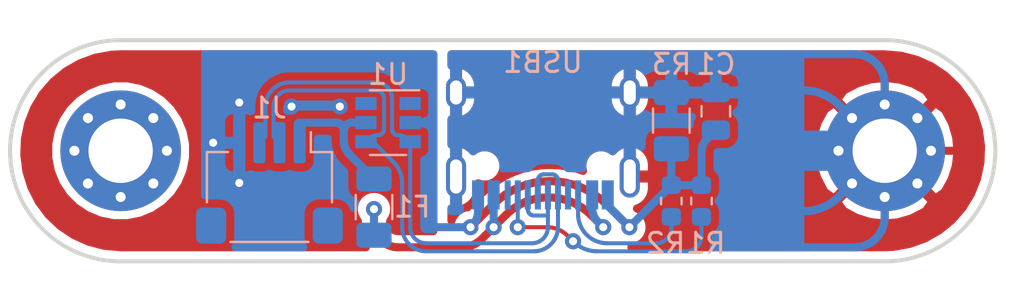
<source format=kicad_pcb>
(kicad_pcb (version 20171130) (host pcbnew "(5.1.4)-1")

  (general
    (thickness 1)
    (drawings 4)
    (tracks 707)
    (zones 0)
    (modules 10)
    (nets 9)
  )

  (page A4)
  (layers
    (0 F.Cu signal)
    (31 B.Cu signal)
    (32 B.Adhes user)
    (33 F.Adhes user)
    (34 B.Paste user)
    (35 F.Paste user)
    (36 B.SilkS user)
    (37 F.SilkS user)
    (38 B.Mask user)
    (39 F.Mask user)
    (40 Dwgs.User user)
    (41 Cmts.User user)
    (42 Eco1.User user)
    (43 Eco2.User user)
    (44 Edge.Cuts user)
    (45 Margin user)
    (46 B.CrtYd user)
    (47 F.CrtYd user)
    (48 B.Fab user)
    (49 F.Fab user)
  )

  (setup
    (last_trace_width 0.2)
    (trace_clearance 0.2)
    (zone_clearance 0.4)
    (zone_45_only no)
    (trace_min 0.2)
    (via_size 0.8)
    (via_drill 0.4)
    (via_min_size 0.4)
    (via_min_drill 0.3)
    (uvia_size 0.3)
    (uvia_drill 0.1)
    (uvias_allowed no)
    (uvia_min_size 0.2)
    (uvia_min_drill 0.1)
    (edge_width 0.05)
    (segment_width 0.2)
    (pcb_text_width 0.3)
    (pcb_text_size 1.5 1.5)
    (mod_edge_width 0.12)
    (mod_text_size 1 1)
    (mod_text_width 0.15)
    (pad_size 8 8)
    (pad_drill 4.3)
    (pad_to_mask_clearance 0.051)
    (solder_mask_min_width 0.25)
    (aux_axis_origin 0 0)
    (visible_elements 7FFFFFFF)
    (pcbplotparams
      (layerselection 0x010f0_ffffffff)
      (usegerberextensions false)
      (usegerberattributes false)
      (usegerberadvancedattributes false)
      (creategerberjobfile false)
      (excludeedgelayer true)
      (linewidth 0.100000)
      (plotframeref false)
      (viasonmask false)
      (mode 1)
      (useauxorigin false)
      (hpglpennumber 1)
      (hpglpenspeed 20)
      (hpglpendiameter 15.000000)
      (psnegative false)
      (psa4output false)
      (plotreference true)
      (plotvalue true)
      (plotinvisibletext false)
      (padsonsilk false)
      (subtractmaskfromsilk false)
      (outputformat 1)
      (mirror false)
      (drillshape 0)
      (scaleselection 1)
      (outputdirectory "gerbers/"))
  )

  (net 0 "")
  (net 1 GND)
  (net 2 SHIELD)
  (net 3 VBUS)
  (net 4 +5V)
  (net 5 "Net-(R1-Pad2)")
  (net 6 "Net-(R2-Pad2)")
  (net 7 D+)
  (net 8 D-)

  (net_class Default "This is the default net class."
    (clearance 0.2)
    (trace_width 0.2)
    (via_dia 0.8)
    (via_drill 0.4)
    (uvia_dia 0.3)
    (uvia_drill 0.1)
    (diff_pair_width 0.2)
    (diff_pair_gap 0.2)
    (add_net D+)
    (add_net D-)
    (add_net "Net-(R1-Pad2)")
    (add_net "Net-(R2-Pad2)")
    (add_net "Net-(U1-Pad1)")
    (add_net "Net-(U1-Pad6)")
    (add_net "Net-(USB1-Pad3)")
    (add_net "Net-(USB1-Pad9)")
  )

  (net_class Power ""
    (clearance 0.2)
    (trace_width 0.4)
    (via_dia 0.8)
    (via_drill 0.4)
    (uvia_dia 0.3)
    (uvia_drill 0.1)
    (diff_pair_width 0.4)
    (diff_pair_gap 0.2)
    (add_net +5V)
    (add_net GND)
    (add_net SHIELD)
    (add_net VBUS)
  )

  (module crokto:JST_SH_SM04B-SRSS-TB_1x04-1MP_P1.00mm_Horizontal (layer B.Cu) (tedit 5F6203D5) (tstamp 5FEB5FE8)
    (at -13.6 7.35 180)
    (descr "JST SH series connector, SM04B-SRSS-TB (http://www.jst-mfg.com/product/pdf/eng/eSH.pdf), generated with kicad-footprint-generator")
    (tags "connector JST SH top entry")
    (path /5FEC6F34)
    (attr smd)
    (fp_text reference J1 (at 0 3.98) (layer B.SilkS)
      (effects (font (size 1 1) (thickness 0.15)) (justify mirror))
    )
    (fp_text value Conn_01x04 (at 0 -3.98) (layer B.Fab)
      (effects (font (size 1 1) (thickness 0.15)) (justify mirror))
    )
    (fp_line (start -1.5 0.967893) (end -1 1.675) (layer B.Fab) (width 0.1))
    (fp_line (start -2 1.675) (end -1.5 0.967893) (layer B.Fab) (width 0.1))
    (fp_line (start 3.9 3.28) (end -3.9 3.28) (layer B.CrtYd) (width 0.05))
    (fp_line (start 3.9 -3.28) (end 3.9 3.28) (layer B.CrtYd) (width 0.05))
    (fp_line (start -3.9 -3.28) (end 3.9 -3.28) (layer B.CrtYd) (width 0.05))
    (fp_line (start -3.9 3.28) (end -3.9 -3.28) (layer B.CrtYd) (width 0.05))
    (fp_line (start 3 1.675) (end 3 -2.575) (layer B.Fab) (width 0.1))
    (fp_line (start -3 1.675) (end -3 -2.575) (layer B.Fab) (width 0.1))
    (fp_line (start -3 -2.575) (end 3 -2.575) (layer B.Fab) (width 0.1))
    (fp_line (start -1.94 -2.685) (end 1.94 -2.685) (layer B.SilkS) (width 0.12))
    (fp_line (start 3.11 1.785) (end 2.06 1.785) (layer B.SilkS) (width 0.12))
    (fp_line (start 3.11 -0.715) (end 3.11 1.785) (layer B.SilkS) (width 0.12))
    (fp_line (start -2.06 1.785) (end -2.06 2.775) (layer B.SilkS) (width 0.12))
    (fp_line (start -3.11 1.785) (end -2.06 1.785) (layer B.SilkS) (width 0.12))
    (fp_line (start -3.11 -0.715) (end -3.11 1.785) (layer B.SilkS) (width 0.12))
    (fp_line (start -3 1.675) (end 3 1.675) (layer B.Fab) (width 0.1))
    (fp_text user %R (at 0 0) (layer B.Fab)
      (effects (font (size 1 1) (thickness 0.15)) (justify mirror))
    )
    (pad MP smd roundrect (at 2.9 -1.875 180) (size 1.5 1.8) (layers B.Cu B.Paste B.Mask) (roundrect_rratio 0.208))
    (pad MP smd roundrect (at -2.9 -1.875 180) (size 1.5 1.8) (layers B.Cu B.Paste B.Mask) (roundrect_rratio 0.208))
    (pad 4 smd roundrect (at 1.5 2.25 180) (size 0.6 2.05) (layers B.Cu B.Paste B.Mask) (roundrect_rratio 0.25)
      (net 1 GND))
    (pad 3 smd roundrect (at 0.5 2.25 180) (size 0.6 2.05) (layers B.Cu B.Paste B.Mask) (roundrect_rratio 0.25)
      (net 8 D-))
    (pad 2 smd roundrect (at -0.5 2.25 180) (size 0.6 2.05) (layers B.Cu B.Paste B.Mask) (roundrect_rratio 0.25)
      (net 7 D+))
    (pad 1 smd roundrect (at -1.5 2.25 180) (size 0.6 2.05) (layers B.Cu B.Paste B.Mask) (roundrect_rratio 0.25)
      (net 4 +5V))
    (model "C:/Users/Chris/Google Drive/Sync Drive/KiCad/libs/crokto.pretty/SM04B-SRSS-TB.STEP"
      (offset (xyz 0 1.3 -0.295))
      (scale (xyz 1 1 1))
      (rotate (xyz -90 0 0))
    )
  )

  (module Type-C:HRO-TYPE-C-31-M-12-Assembly (layer B.Cu) (tedit 5E3A7DF4) (tstamp 5FEB5804)
    (at 0 0)
    (path /5FEAF32E)
    (attr smd)
    (fp_text reference USB1 (at 0 1.1) (layer B.SilkS)
      (effects (font (size 1 1) (thickness 0.15)) (justify mirror))
    )
    (fp_text value HRO-TYPE-C-31-M-12 (at 0 -1.15) (layer Dwgs.User)
      (effects (font (size 1 1) (thickness 0.15)))
    )
    (fp_line (start 3.75 8.5) (end 3.75 7.5) (layer B.CrtYd) (width 0.15))
    (fp_line (start -3.75 8.5) (end 3.75 8.5) (layer B.CrtYd) (width 0.15))
    (fp_line (start -3.75 7.5) (end -3.75 8.5) (layer B.CrtYd) (width 0.15))
    (fp_line (start -4.5 0) (end -4.5 7.5) (layer B.CrtYd) (width 0.15))
    (fp_line (start 4.5 0) (end -4.5 0) (layer B.CrtYd) (width 0.15))
    (fp_line (start 4.5 7.5) (end 4.5 0) (layer B.CrtYd) (width 0.15))
    (fp_line (start -4.5 7.5) (end 4.5 7.5) (layer B.CrtYd) (width 0.15))
    (fp_text user %R (at 0 9.25) (layer B.Fab)
      (effects (font (size 1 1) (thickness 0.15)) (justify mirror))
    )
    (fp_line (start -4.47 0) (end 4.47 0) (layer Dwgs.User) (width 0.15))
    (fp_line (start -4.47 0) (end -4.47 7.3) (layer Dwgs.User) (width 0.15))
    (fp_line (start 4.47 0) (end 4.47 7.3) (layer Dwgs.User) (width 0.15))
    (fp_line (start -4.47 7.3) (end 4.47 7.3) (layer Dwgs.User) (width 0.15))
    (pad 12 smd rect (at 3.225 7.695) (size 0.6 1.45) (layers B.Cu B.Paste B.Mask)
      (net 1 GND))
    (pad 1 smd rect (at -3.225 7.695) (size 0.6 1.45) (layers B.Cu B.Paste B.Mask)
      (net 1 GND))
    (pad 11 smd rect (at 2.45 7.695) (size 0.6 1.45) (layers B.Cu B.Paste B.Mask)
      (net 3 VBUS))
    (pad 2 smd rect (at -2.45 7.695) (size 0.6 1.45) (layers B.Cu B.Paste B.Mask)
      (net 3 VBUS))
    (pad 3 smd rect (at -1.75 7.695) (size 0.3 1.45) (layers B.Cu B.Paste B.Mask))
    (pad 10 smd rect (at 1.75 7.695) (size 0.3 1.45) (layers B.Cu B.Paste B.Mask)
      (net 6 "Net-(R2-Pad2)"))
    (pad 4 smd rect (at -1.25 7.695) (size 0.3 1.45) (layers B.Cu B.Paste B.Mask)
      (net 5 "Net-(R1-Pad2)"))
    (pad 9 smd rect (at 1.25 7.695) (size 0.3 1.45) (layers B.Cu B.Paste B.Mask))
    (pad 5 smd rect (at -0.75 7.695) (size 0.3 1.45) (layers B.Cu B.Paste B.Mask)
      (net 8 D-))
    (pad 8 smd rect (at 0.75 7.695) (size 0.3 1.45) (layers B.Cu B.Paste B.Mask)
      (net 7 D+))
    (pad 7 smd rect (at 0.25 7.695) (size 0.3 1.45) (layers B.Cu B.Paste B.Mask)
      (net 8 D-))
    (pad 6 smd rect (at -0.25 7.695) (size 0.3 1.45) (layers B.Cu B.Paste B.Mask)
      (net 7 D+))
    (pad "" np_thru_hole circle (at 2.89 6.25) (size 0.65 0.65) (drill 0.65) (layers *.Cu *.Mask))
    (pad "" np_thru_hole circle (at -2.89 6.25) (size 0.65 0.65) (drill 0.65) (layers *.Cu *.Mask))
    (pad 13 thru_hole oval (at -4.32 6.78) (size 1 2.1) (drill oval 0.6 1.7) (layers *.Cu *.Mask)
      (net 2 SHIELD))
    (pad 13 thru_hole oval (at 4.32 6.78) (size 1 2.1) (drill oval 0.6 1.7) (layers *.Cu *.Mask)
      (net 2 SHIELD))
    (pad 13 thru_hole oval (at -4.32 2.6) (size 1 1.6) (drill oval 0.6 1.2) (layers *.Cu *.Mask)
      (net 2 SHIELD))
    (pad 13 thru_hole oval (at 4.32 2.6) (size 1 1.6) (drill oval 0.6 1.2) (layers *.Cu *.Mask)
      (net 2 SHIELD))
    (model "C:/Users/Chris/Google Drive/Sync Drive/KiCad/libs/Type-C.pretty/HRO  TYPE-C-31-M-12.step"
      (offset (xyz -4.47 0 0))
      (scale (xyz 1 1 1))
      (rotate (xyz 90 180 180))
    )
  )

  (module Package_TO_SOT_SMD:SOT-23-6 (layer B.Cu) (tedit 5A02FF57) (tstamp 5FEB57E2)
    (at -7.7 4.1 180)
    (descr "6-pin SOT-23 package")
    (tags SOT-23-6)
    (path /5FEAF7BF)
    (attr smd)
    (fp_text reference U1 (at 0 2.4) (layer B.SilkS)
      (effects (font (size 1 1) (thickness 0.15)) (justify mirror))
    )
    (fp_text value SRV05-4 (at 0 -2.9) (layer B.Fab)
      (effects (font (size 1 1) (thickness 0.15)) (justify mirror))
    )
    (fp_line (start 0.9 1.55) (end 0.9 -1.55) (layer B.Fab) (width 0.1))
    (fp_line (start 0.9 -1.55) (end -0.9 -1.55) (layer B.Fab) (width 0.1))
    (fp_line (start -0.9 0.9) (end -0.9 -1.55) (layer B.Fab) (width 0.1))
    (fp_line (start 0.9 1.55) (end -0.25 1.55) (layer B.Fab) (width 0.1))
    (fp_line (start -0.9 0.9) (end -0.25 1.55) (layer B.Fab) (width 0.1))
    (fp_line (start -1.9 1.8) (end -1.9 -1.8) (layer B.CrtYd) (width 0.05))
    (fp_line (start -1.9 -1.8) (end 1.9 -1.8) (layer B.CrtYd) (width 0.05))
    (fp_line (start 1.9 -1.8) (end 1.9 1.8) (layer B.CrtYd) (width 0.05))
    (fp_line (start 1.9 1.8) (end -1.9 1.8) (layer B.CrtYd) (width 0.05))
    (fp_line (start 0.9 1.61) (end -1.55 1.61) (layer B.SilkS) (width 0.12))
    (fp_line (start -0.9 -1.61) (end 0.9 -1.61) (layer B.SilkS) (width 0.12))
    (fp_text user %R (at 0 0 270) (layer B.Fab)
      (effects (font (size 0.5 0.5) (thickness 0.075)) (justify mirror))
    )
    (pad 5 smd rect (at 1.1 0 180) (size 1.06 0.65) (layers B.Cu B.Paste B.Mask)
      (net 4 +5V))
    (pad 6 smd rect (at 1.1 0.95 180) (size 1.06 0.65) (layers B.Cu B.Paste B.Mask))
    (pad 4 smd rect (at 1.1 -0.95 180) (size 1.06 0.65) (layers B.Cu B.Paste B.Mask)
      (net 7 D+))
    (pad 3 smd rect (at -1.1 -0.95 180) (size 1.06 0.65) (layers B.Cu B.Paste B.Mask)
      (net 8 D-))
    (pad 2 smd rect (at -1.1 0 180) (size 1.06 0.65) (layers B.Cu B.Paste B.Mask)
      (net 1 GND))
    (pad 1 smd rect (at -1.1 0.95 180) (size 1.06 0.65) (layers B.Cu B.Paste B.Mask))
    (model ${KISYS3DMOD}/Package_TO_SOT_SMD.3dshapes/SOT-23-6.wrl
      (at (xyz 0 0 0))
      (scale (xyz 1 1 1))
      (rotate (xyz 0 0 0))
    )
  )

  (module Resistor_SMD:R_1206_3216Metric (layer B.Cu) (tedit 5B301BBD) (tstamp 5FEB57CC)
    (at 6.3875 4 270)
    (descr "Resistor SMD 1206 (3216 Metric), square (rectangular) end terminal, IPC_7351 nominal, (Body size source: http://www.tortai-tech.com/upload/download/2011102023233369053.pdf), generated with kicad-footprint-generator")
    (tags resistor)
    (path /5FEB31E8)
    (attr smd)
    (fp_text reference R3 (at -2.8 -0.0125 180) (layer B.SilkS)
      (effects (font (size 1 1) (thickness 0.15)) (justify mirror))
    )
    (fp_text value 1M (at 0 -1.82 90) (layer B.Fab)
      (effects (font (size 1 1) (thickness 0.15)) (justify mirror))
    )
    (fp_line (start -1.6 -0.8) (end -1.6 0.8) (layer B.Fab) (width 0.1))
    (fp_line (start -1.6 0.8) (end 1.6 0.8) (layer B.Fab) (width 0.1))
    (fp_line (start 1.6 0.8) (end 1.6 -0.8) (layer B.Fab) (width 0.1))
    (fp_line (start 1.6 -0.8) (end -1.6 -0.8) (layer B.Fab) (width 0.1))
    (fp_line (start -0.602064 0.91) (end 0.602064 0.91) (layer B.SilkS) (width 0.12))
    (fp_line (start -0.602064 -0.91) (end 0.602064 -0.91) (layer B.SilkS) (width 0.12))
    (fp_line (start -2.28 -1.12) (end -2.28 1.12) (layer B.CrtYd) (width 0.05))
    (fp_line (start -2.28 1.12) (end 2.28 1.12) (layer B.CrtYd) (width 0.05))
    (fp_line (start 2.28 1.12) (end 2.28 -1.12) (layer B.CrtYd) (width 0.05))
    (fp_line (start 2.28 -1.12) (end -2.28 -1.12) (layer B.CrtYd) (width 0.05))
    (fp_text user %R (at 0 0 90) (layer B.Fab)
      (effects (font (size 0.8 0.8) (thickness 0.12)) (justify mirror))
    )
    (pad 1 smd roundrect (at -1.4 0 270) (size 1.25 1.75) (layers B.Cu B.Paste B.Mask) (roundrect_rratio 0.2)
      (net 2 SHIELD))
    (pad 2 smd roundrect (at 1.4 0 270) (size 1.25 1.75) (layers B.Cu B.Paste B.Mask) (roundrect_rratio 0.2)
      (net 1 GND))
    (model ${KISYS3DMOD}/Resistor_SMD.3dshapes/R_1206_3216Metric.wrl
      (at (xyz 0 0 0))
      (scale (xyz 1 1 1))
      (rotate (xyz 0 0 0))
    )
  )

  (module Resistor_SMD:R_0603_1608Metric (layer B.Cu) (tedit 5B301BBD) (tstamp 5FEF3D12)
    (at 6.3875 8 270)
    (descr "Resistor SMD 0603 (1608 Metric), square (rectangular) end terminal, IPC_7351 nominal, (Body size source: http://www.tortai-tech.com/upload/download/2011102023233369053.pdf), generated with kicad-footprint-generator")
    (tags resistor)
    (path /5FEB5827)
    (attr smd)
    (fp_text reference R2 (at 2.1 0.2875 180) (layer B.SilkS)
      (effects (font (size 1 1) (thickness 0.15)) (justify mirror))
    )
    (fp_text value 5.1K (at 0 -1.43 90) (layer B.Fab)
      (effects (font (size 1 1) (thickness 0.15)) (justify mirror))
    )
    (fp_line (start -0.8 -0.4) (end -0.8 0.4) (layer B.Fab) (width 0.1))
    (fp_line (start -0.8 0.4) (end 0.8 0.4) (layer B.Fab) (width 0.1))
    (fp_line (start 0.8 0.4) (end 0.8 -0.4) (layer B.Fab) (width 0.1))
    (fp_line (start 0.8 -0.4) (end -0.8 -0.4) (layer B.Fab) (width 0.1))
    (fp_line (start -0.162779 0.51) (end 0.162779 0.51) (layer B.SilkS) (width 0.12))
    (fp_line (start -0.162779 -0.51) (end 0.162779 -0.51) (layer B.SilkS) (width 0.12))
    (fp_line (start -1.48 -0.73) (end -1.48 0.73) (layer B.CrtYd) (width 0.05))
    (fp_line (start -1.48 0.73) (end 1.48 0.73) (layer B.CrtYd) (width 0.05))
    (fp_line (start 1.48 0.73) (end 1.48 -0.73) (layer B.CrtYd) (width 0.05))
    (fp_line (start 1.48 -0.73) (end -1.48 -0.73) (layer B.CrtYd) (width 0.05))
    (fp_text user %R (at 0 0 90) (layer B.Fab)
      (effects (font (size 0.4 0.4) (thickness 0.06)) (justify mirror))
    )
    (pad 1 smd roundrect (at -0.7875 0 270) (size 0.875 0.95) (layers B.Cu B.Paste B.Mask) (roundrect_rratio 0.25)
      (net 1 GND))
    (pad 2 smd roundrect (at 0.7875 0 270) (size 0.875 0.95) (layers B.Cu B.Paste B.Mask) (roundrect_rratio 0.25)
      (net 6 "Net-(R2-Pad2)"))
    (model ${KISYS3DMOD}/Resistor_SMD.3dshapes/R_0603_1608Metric.wrl
      (at (xyz 0 0 0))
      (scale (xyz 1 1 1))
      (rotate (xyz 0 0 0))
    )
  )

  (module Resistor_SMD:R_0603_1608Metric (layer B.Cu) (tedit 5B301BBD) (tstamp 5FEF3D84)
    (at 7.8875 8 270)
    (descr "Resistor SMD 0603 (1608 Metric), square (rectangular) end terminal, IPC_7351 nominal, (Body size source: http://www.tortai-tech.com/upload/download/2011102023233369053.pdf), generated with kicad-footprint-generator")
    (tags resistor)
    (path /5FEB0819)
    (attr smd)
    (fp_text reference R1 (at 2.1 -0.2125 180) (layer B.SilkS)
      (effects (font (size 1 1) (thickness 0.15)) (justify mirror))
    )
    (fp_text value 5.1K (at 0 -1.43 90) (layer B.Fab)
      (effects (font (size 1 1) (thickness 0.15)) (justify mirror))
    )
    (fp_line (start -0.8 -0.4) (end -0.8 0.4) (layer B.Fab) (width 0.1))
    (fp_line (start -0.8 0.4) (end 0.8 0.4) (layer B.Fab) (width 0.1))
    (fp_line (start 0.8 0.4) (end 0.8 -0.4) (layer B.Fab) (width 0.1))
    (fp_line (start 0.8 -0.4) (end -0.8 -0.4) (layer B.Fab) (width 0.1))
    (fp_line (start -0.162779 0.51) (end 0.162779 0.51) (layer B.SilkS) (width 0.12))
    (fp_line (start -0.162779 -0.51) (end 0.162779 -0.51) (layer B.SilkS) (width 0.12))
    (fp_line (start -1.48 -0.73) (end -1.48 0.73) (layer B.CrtYd) (width 0.05))
    (fp_line (start -1.48 0.73) (end 1.48 0.73) (layer B.CrtYd) (width 0.05))
    (fp_line (start 1.48 0.73) (end 1.48 -0.73) (layer B.CrtYd) (width 0.05))
    (fp_line (start 1.48 -0.73) (end -1.48 -0.73) (layer B.CrtYd) (width 0.05))
    (fp_text user %R (at 0 0 90) (layer B.Fab)
      (effects (font (size 0.4 0.4) (thickness 0.06)) (justify mirror))
    )
    (pad 1 smd roundrect (at -0.7875 0 270) (size 0.875 0.95) (layers B.Cu B.Paste B.Mask) (roundrect_rratio 0.25)
      (net 1 GND))
    (pad 2 smd roundrect (at 0.7875 0 270) (size 0.875 0.95) (layers B.Cu B.Paste B.Mask) (roundrect_rratio 0.25)
      (net 5 "Net-(R1-Pad2)"))
    (model ${KISYS3DMOD}/Resistor_SMD.3dshapes/R_0603_1608Metric.wrl
      (at (xyz 0 0 0))
      (scale (xyz 1 1 1))
      (rotate (xyz 0 0 0))
    )
  )

  (module crokto:M3_Via_Hole (layer F.Cu) (tedit 5EC84045) (tstamp 5FEB5799)
    (at 17 5.5)
    (descr "Mounting Hole 3.2mm, M3")
    (tags "mounting hole 3.2mm m3")
    (path /5FEB1045)
    (attr virtual)
    (fp_text reference H2 (at 0 -4.2) (layer F.SilkS) hide
      (effects (font (size 1 1) (thickness 0.15)))
    )
    (fp_text value MountingHole_Pad (at 0 4.2) (layer F.Fab)
      (effects (font (size 1 1) (thickness 0.15)))
    )
    (fp_circle (center 0 0) (end 3.3 0) (layer F.CrtYd) (width 0.1))
    (pad 1 thru_hole circle (at 0 0) (size 6 6) (drill 3.2) (layers *.Cu *.Mask)
      (net 2 SHIELD))
    (pad 1 thru_hole circle (at 2.3 0) (size 0.8 0.8) (drill 0.5) (layers *.Cu *.Mask)
      (net 2 SHIELD))
    (pad 1 thru_hole circle (at 1.626346 1.626346) (size 0.8 0.8) (drill 0.5) (layers *.Cu *.Mask)
      (net 2 SHIELD))
    (pad 1 thru_hole circle (at 0 2.3) (size 0.8 0.8) (drill 0.5) (layers *.Cu *.Mask)
      (net 2 SHIELD))
    (pad 1 thru_hole circle (at -1.626346 1.626346) (size 0.8 0.8) (drill 0.5) (layers *.Cu *.Mask)
      (net 2 SHIELD))
    (pad 1 thru_hole circle (at -2.3 0) (size 0.8 0.8) (drill 0.5) (layers *.Cu *.Mask)
      (net 2 SHIELD))
    (pad 1 thru_hole circle (at -1.626346 -1.626346) (size 0.8 0.8) (drill 0.5) (layers *.Cu *.Mask)
      (net 2 SHIELD))
    (pad 1 thru_hole circle (at 0 -2.3) (size 0.8 0.8) (drill 0.5) (layers *.Cu *.Mask)
      (net 2 SHIELD))
    (pad 1 thru_hole circle (at 1.626346 -1.626346) (size 0.8 0.8) (drill 0.5) (layers *.Cu *.Mask)
      (net 2 SHIELD))
  )

  (module crokto:M3_Via_Hole_NC (layer F.Cu) (tedit 5EC84040) (tstamp 5FEB578B)
    (at -21 5.5)
    (descr "Mounting Hole 3.2mm, M3")
    (tags "mounting hole 3.2mm m3")
    (path /5FEB1323)
    (attr virtual)
    (fp_text reference H1 (at 0 -4.2) (layer F.SilkS) hide
      (effects (font (size 1 1) (thickness 0.15)))
    )
    (fp_text value MountingHole (at 0 4.2) (layer F.Fab)
      (effects (font (size 1 1) (thickness 0.15)))
    )
    (fp_circle (center 0 0) (end 3.3 0) (layer F.CrtYd) (width 0.1))
    (pad 1 thru_hole circle (at 0 0) (size 6 6) (drill 3.2) (layers *.Cu F.Mask))
    (pad 1 thru_hole circle (at 2.3 0) (size 0.8 0.8) (drill 0.5) (layers *.Cu F.Mask))
    (pad 1 thru_hole circle (at 1.626346 1.626346) (size 0.8 0.8) (drill 0.5) (layers *.Cu F.Mask))
    (pad 1 thru_hole circle (at 0 2.3) (size 0.8 0.8) (drill 0.5) (layers *.Cu F.Mask))
    (pad 1 thru_hole circle (at -1.626346 1.626346) (size 0.8 0.8) (drill 0.5) (layers *.Cu F.Mask))
    (pad 1 thru_hole circle (at -2.3 0) (size 0.8 0.8) (drill 0.5) (layers *.Cu F.Mask))
    (pad 1 thru_hole circle (at -1.626346 -1.626346) (size 0.8 0.8) (drill 0.5) (layers *.Cu F.Mask))
    (pad 1 thru_hole circle (at 0 -2.3) (size 0.8 0.8) (drill 0.5) (layers *.Cu F.Mask))
    (pad 1 thru_hole circle (at 1.626346 -1.626346) (size 0.8 0.8) (drill 0.5) (layers *.Cu F.Mask))
  )

  (module Fuse:Fuse_1206_3216Metric (layer B.Cu) (tedit 5B301BBE) (tstamp 5FEC9D39)
    (at -8.4 8.3 270)
    (descr "Fuse SMD 1206 (3216 Metric), square (rectangular) end terminal, IPC_7351 nominal, (Body size source: http://www.tortai-tech.com/upload/download/2011102023233369053.pdf), generated with kicad-footprint-generator")
    (tags resistor)
    (path /5FEB003C)
    (attr smd)
    (fp_text reference F1 (at 0 -1.9 180) (layer B.SilkS)
      (effects (font (size 1 1) (thickness 0.15)) (justify mirror))
    )
    (fp_text value 500mA (at 0 -1.82 90) (layer B.Fab)
      (effects (font (size 1 1) (thickness 0.15)) (justify mirror))
    )
    (fp_text user %R (at 0 0 90) (layer B.Fab)
      (effects (font (size 0.8 0.8) (thickness 0.12)) (justify mirror))
    )
    (fp_line (start 2.28 -1.12) (end -2.28 -1.12) (layer B.CrtYd) (width 0.05))
    (fp_line (start 2.28 1.12) (end 2.28 -1.12) (layer B.CrtYd) (width 0.05))
    (fp_line (start -2.28 1.12) (end 2.28 1.12) (layer B.CrtYd) (width 0.05))
    (fp_line (start -2.28 -1.12) (end -2.28 1.12) (layer B.CrtYd) (width 0.05))
    (fp_line (start -0.602064 -0.91) (end 0.602064 -0.91) (layer B.SilkS) (width 0.12))
    (fp_line (start -0.602064 0.91) (end 0.602064 0.91) (layer B.SilkS) (width 0.12))
    (fp_line (start 1.6 -0.8) (end -1.6 -0.8) (layer B.Fab) (width 0.1))
    (fp_line (start 1.6 0.8) (end 1.6 -0.8) (layer B.Fab) (width 0.1))
    (fp_line (start -1.6 0.8) (end 1.6 0.8) (layer B.Fab) (width 0.1))
    (fp_line (start -1.6 -0.8) (end -1.6 0.8) (layer B.Fab) (width 0.1))
    (pad 2 smd roundrect (at 1.4 0 270) (size 1.25 1.75) (layers B.Cu B.Paste B.Mask) (roundrect_rratio 0.2)
      (net 3 VBUS))
    (pad 1 smd roundrect (at -1.4 0 270) (size 1.25 1.75) (layers B.Cu B.Paste B.Mask) (roundrect_rratio 0.2)
      (net 4 +5V))
    (model ${KISYS3DMOD}/Fuse.3dshapes/Fuse_1206_3216Metric.wrl
      (at (xyz 0 0 0))
      (scale (xyz 1 1 1))
      (rotate (xyz 0 0 0))
    )
  )

  (module Capacitor_SMD:C_0805_2012Metric (layer B.Cu) (tedit 5B36C52B) (tstamp 5FEBC083)
    (at 8.6 3.5375 270)
    (descr "Capacitor SMD 0805 (2012 Metric), square (rectangular) end terminal, IPC_7351 nominal, (Body size source: https://docs.google.com/spreadsheets/d/1BsfQQcO9C6DZCsRaXUlFlo91Tg2WpOkGARC1WS5S8t0/edit?usp=sharing), generated with kicad-footprint-generator")
    (tags capacitor)
    (path /5FEB0B27)
    (attr smd)
    (fp_text reference C1 (at -2.3375 0 180) (layer B.SilkS)
      (effects (font (size 1 1) (thickness 0.15)) (justify mirror))
    )
    (fp_text value 470n (at 0 -1.65 90) (layer B.Fab)
      (effects (font (size 1 1) (thickness 0.15)) (justify mirror))
    )
    (fp_text user %R (at 0 0 90) (layer B.Fab)
      (effects (font (size 0.5 0.5) (thickness 0.08)) (justify mirror))
    )
    (fp_line (start 1.68 -0.95) (end -1.68 -0.95) (layer B.CrtYd) (width 0.05))
    (fp_line (start 1.68 0.95) (end 1.68 -0.95) (layer B.CrtYd) (width 0.05))
    (fp_line (start -1.68 0.95) (end 1.68 0.95) (layer B.CrtYd) (width 0.05))
    (fp_line (start -1.68 -0.95) (end -1.68 0.95) (layer B.CrtYd) (width 0.05))
    (fp_line (start -0.258578 -0.71) (end 0.258578 -0.71) (layer B.SilkS) (width 0.12))
    (fp_line (start -0.258578 0.71) (end 0.258578 0.71) (layer B.SilkS) (width 0.12))
    (fp_line (start 1 -0.6) (end -1 -0.6) (layer B.Fab) (width 0.1))
    (fp_line (start 1 0.6) (end 1 -0.6) (layer B.Fab) (width 0.1))
    (fp_line (start -1 0.6) (end 1 0.6) (layer B.Fab) (width 0.1))
    (fp_line (start -1 -0.6) (end -1 0.6) (layer B.Fab) (width 0.1))
    (pad 2 smd roundrect (at 0.9375 0 270) (size 0.975 1.4) (layers B.Cu B.Paste B.Mask) (roundrect_rratio 0.25)
      (net 1 GND))
    (pad 1 smd roundrect (at -0.9375 0 270) (size 0.975 1.4) (layers B.Cu B.Paste B.Mask) (roundrect_rratio 0.25)
      (net 2 SHIELD))
    (model ${KISYS3DMOD}/Capacitor_SMD.3dshapes/C_0805_2012Metric.wrl
      (at (xyz 0 0 0))
      (scale (xyz 1 1 1))
      (rotate (xyz 0 0 0))
    )
  )

  (gr_arc (start 17 5.5) (end 17 11) (angle -180) (layer Edge.Cuts) (width 0.2))
  (gr_line (start -21 11) (end 17 11) (layer Edge.Cuts) (width 0.2))
  (gr_arc (start -21 5.5) (end -21 0) (angle -180) (layer Edge.Cuts) (width 0.2))
  (gr_line (start 17 0) (end -21 0) (layer Edge.Cuts) (width 0.2))

  (segment (start 3.225 7.695) (end 3.225 8.225) (width 0.4) (layer B.Cu) (net 1))
  (segment (start 3.225 8.225) (end 4.3 9.3) (width 0.4) (layer B.Cu) (net 1))
  (segment (start 4.3 9.3) (end 6.3875 7.2125) (width 0.4) (layer B.Cu) (net 1))
  (segment (start 6.3875 7.2125) (end 7.8875 7.2125) (width 0.4) (layer B.Cu) (net 1))
  (segment (start 6.3875 5.4) (end 6.3875 7.2125) (width 0.4) (layer B.Cu) (net 1))
  (segment (start -3.6 9.3) (end -5.5 9.3) (width 0.4) (layer B.Cu) (net 1))
  (segment (start -15.1 3.1) (end -15.1 1.5) (width 0.4) (layer B.Cu) (net 1))
  (segment (start -7.2 1.5) (end -5.5 1.5) (width 0.4) (layer B.Cu) (net 1))
  (segment (start -5.5 3.6) (end -5.5 1.5) (width 0.4) (layer B.Cu) (net 1))
  (segment (start -5.5 3.6) (end -5.502407 3.649008) (width 0.4) (layer B.Cu) (net 1) (tstamp D9))
  (segment (start -5.502407 3.649008) (end -5.509607 3.697545) (width 0.4) (layer B.Cu) (net 1) (tstamp D9))
  (segment (start -5.509607 3.697545) (end -5.521529 3.745142) (width 0.4) (layer B.Cu) (net 1) (tstamp D9))
  (segment (start -5.521529 3.745142) (end -5.53806 3.791341) (width 0.4) (layer B.Cu) (net 1) (tstamp D9))
  (segment (start -5.53806 3.791341) (end -5.559039 3.835698) (width 0.4) (layer B.Cu) (net 1) (tstamp D9))
  (segment (start -5.559039 3.835698) (end -5.584265 3.877785) (width 0.4) (layer B.Cu) (net 1) (tstamp D9))
  (segment (start -5.584265 3.877785) (end -5.613494 3.917196) (width 0.4) (layer B.Cu) (net 1) (tstamp D9))
  (segment (start -5.613494 3.917196) (end -5.646446 3.953553) (width 0.4) (layer B.Cu) (net 1) (tstamp D9))
  (segment (start -5.646446 3.953553) (end -5.682803 3.986505) (width 0.4) (layer B.Cu) (net 1) (tstamp D9))
  (segment (start -5.682803 3.986505) (end -5.722214 4.015734) (width 0.4) (layer B.Cu) (net 1) (tstamp D9))
  (segment (start -5.722214 4.015734) (end -5.764301 4.04096) (width 0.4) (layer B.Cu) (net 1) (tstamp D9))
  (segment (start -5.764301 4.04096) (end -5.808658 4.061939) (width 0.4) (layer B.Cu) (net 1) (tstamp D9))
  (segment (start -5.808658 4.061939) (end -5.854857 4.07847) (width 0.4) (layer B.Cu) (net 1) (tstamp D9))
  (segment (start -5.854857 4.07847) (end -5.902454 4.090392) (width 0.4) (layer B.Cu) (net 1) (tstamp D9))
  (segment (start -5.902454 4.090392) (end -5.950991 4.097592) (width 0.4) (layer B.Cu) (net 1) (tstamp D9))
  (segment (start -5.950991 4.097592) (end -6 4.1) (width 0.4) (layer B.Cu) (net 1) (tstamp D9))
  (segment (start -5.5 4.6) (end -5.5 9.3) (width 0.4) (layer B.Cu) (net 1))
  (segment (start -5.5 4.6) (end -5.502407 4.550991) (width 0.4) (layer B.Cu) (net 1) (tstamp D9))
  (segment (start -5.502407 4.550991) (end -5.509607 4.502454) (width 0.4) (layer B.Cu) (net 1) (tstamp D9))
  (segment (start -5.509607 4.502454) (end -5.521529 4.454857) (width 0.4) (layer B.Cu) (net 1) (tstamp D9))
  (segment (start -5.521529 4.454857) (end -5.53806 4.408658) (width 0.4) (layer B.Cu) (net 1) (tstamp D9))
  (segment (start -5.53806 4.408658) (end -5.559039 4.364301) (width 0.4) (layer B.Cu) (net 1) (tstamp D9))
  (segment (start -5.559039 4.364301) (end -5.584265 4.322214) (width 0.4) (layer B.Cu) (net 1) (tstamp D9))
  (segment (start -5.584265 4.322214) (end -5.613494 4.282803) (width 0.4) (layer B.Cu) (net 1) (tstamp D9))
  (segment (start -5.613494 4.282803) (end -5.646446 4.246446) (width 0.4) (layer B.Cu) (net 1) (tstamp D9))
  (segment (start -5.646446 4.246446) (end -5.682803 4.213494) (width 0.4) (layer B.Cu) (net 1) (tstamp D9))
  (segment (start -5.682803 4.213494) (end -5.722214 4.184265) (width 0.4) (layer B.Cu) (net 1) (tstamp D9))
  (segment (start -5.722214 4.184265) (end -5.764301 4.159039) (width 0.4) (layer B.Cu) (net 1) (tstamp D9))
  (segment (start -5.764301 4.159039) (end -5.808658 4.13806) (width 0.4) (layer B.Cu) (net 1) (tstamp D9))
  (segment (start -5.808658 4.13806) (end -5.854857 4.121529) (width 0.4) (layer B.Cu) (net 1) (tstamp D9))
  (segment (start -5.854857 4.121529) (end -5.902454 4.109607) (width 0.4) (layer B.Cu) (net 1) (tstamp D9))
  (segment (start -5.902454 4.109607) (end -5.950991 4.102407) (width 0.4) (layer B.Cu) (net 1) (tstamp D9))
  (segment (start -5.950991 4.102407) (end -6 4.1) (width 0.4) (layer B.Cu) (net 1) (tstamp D9))
  (segment (start -6 4.1) (end -6.6 4.1) (width 0.4) (layer B.Cu) (net 1))
  (segment (start 8.170342 4.904657) (end 8.6 4.475) (width 0.4) (layer B.Cu) (net 1))
  (segment (start 8.170342 4.904657) (end 8.137658 4.938984) (width 0.4) (layer B.Cu) (net 1) (tstamp D9))
  (segment (start 8.137658 4.938984) (end 8.106699 4.974875) (width 0.4) (layer B.Cu) (net 1) (tstamp D9))
  (segment (start 8.106699 4.974875) (end 8.077538 5.012241) (width 0.4) (layer B.Cu) (net 1) (tstamp D9))
  (segment (start 8.077538 5.012241) (end 8.050246 5.050993) (width 0.4) (layer B.Cu) (net 1) (tstamp D9))
  (segment (start 8.050246 5.050993) (end 8.024888 5.091038) (width 0.4) (layer B.Cu) (net 1) (tstamp D9))
  (segment (start 8.024888 5.091038) (end 8.001526 5.132278) (width 0.4) (layer B.Cu) (net 1) (tstamp D9))
  (segment (start 8.001526 5.132278) (end 7.980215 5.174616) (width 0.4) (layer B.Cu) (net 1) (tstamp D9))
  (segment (start 7.980215 5.174616) (end 7.961007 5.217948) (width 0.4) (layer B.Cu) (net 1) (tstamp D9))
  (segment (start 7.961007 5.217948) (end 7.943949 5.26217) (width 0.4) (layer B.Cu) (net 1) (tstamp D9))
  (segment (start 7.943949 5.26217) (end 7.929081 5.307176) (width 0.4) (layer B.Cu) (net 1) (tstamp D9))
  (segment (start 7.929081 5.307176) (end 7.916439 5.352857) (width 0.4) (layer B.Cu) (net 1) (tstamp D9))
  (segment (start 7.916439 5.352857) (end 7.906054 5.399104) (width 0.4) (layer B.Cu) (net 1) (tstamp D9))
  (segment (start 7.906054 5.399104) (end 7.897951 5.445804) (width 0.4) (layer B.Cu) (net 1) (tstamp D9))
  (segment (start 7.897951 5.445804) (end 7.892149 5.492846) (width 0.4) (layer B.Cu) (net 1) (tstamp D9))
  (segment (start 7.892149 5.492846) (end 7.888662 5.540116) (width 0.4) (layer B.Cu) (net 1) (tstamp D9))
  (segment (start 7.888662 5.540116) (end 7.8875 5.5875) (width 0.4) (layer B.Cu) (net 1) (tstamp D9))
  (segment (start 7.8875 5.5875) (end 7.8875 7.2125) (width 0.4) (layer B.Cu) (net 1))
  (segment (start -3.225 8.525) (end -3.225 7.695) (width 0.4) (layer B.Cu) (net 1))
  (segment (start -3.225 8.525) (end -3.226163 8.572383) (width 0.4) (layer B.Cu) (net 1) (tstamp D9))
  (segment (start -3.226163 8.572383) (end -3.22965 8.619653) (width 0.4) (layer B.Cu) (net 1) (tstamp D9))
  (segment (start -3.22965 8.619653) (end -3.235452 8.666695) (width 0.4) (layer B.Cu) (net 1) (tstamp D9))
  (segment (start -3.235452 8.666695) (end -3.243555 8.713395) (width 0.4) (layer B.Cu) (net 1) (tstamp D9))
  (segment (start -3.243555 8.713395) (end -3.25394 8.759642) (width 0.4) (layer B.Cu) (net 1) (tstamp D9))
  (segment (start -3.25394 8.759642) (end -3.266582 8.805323) (width 0.4) (layer B.Cu) (net 1) (tstamp D9))
  (segment (start -3.266582 8.805323) (end -3.281449 8.850329) (width 0.4) (layer B.Cu) (net 1) (tstamp D9))
  (segment (start -3.281449 8.850329) (end -3.298508 8.894551) (width 0.4) (layer B.Cu) (net 1) (tstamp D9))
  (segment (start -3.298508 8.894551) (end -3.317716 8.937883) (width 0.4) (layer B.Cu) (net 1) (tstamp D9))
  (segment (start -3.317716 8.937883) (end -3.339026 8.98022) (width 0.4) (layer B.Cu) (net 1) (tstamp D9))
  (segment (start -3.339026 8.98022) (end -3.362389 9.02146) (width 0.4) (layer B.Cu) (net 1) (tstamp D9))
  (segment (start -3.362389 9.02146) (end -3.387747 9.061505) (width 0.4) (layer B.Cu) (net 1) (tstamp D9))
  (segment (start -3.387747 9.061505) (end -3.415039 9.100257) (width 0.4) (layer B.Cu) (net 1) (tstamp D9))
  (segment (start -3.415039 9.100257) (end -3.4442 9.137623) (width 0.4) (layer B.Cu) (net 1) (tstamp D9))
  (segment (start -3.4442 9.137623) (end -3.475159 9.173513) (width 0.4) (layer B.Cu) (net 1) (tstamp D9))
  (segment (start -3.475159 9.173513) (end -3.507842 9.207842) (width 0.4) (layer B.Cu) (net 1) (tstamp D9))
  (segment (start -3.507842 9.207842) (end -3.6 9.3) (width 0.4) (layer B.Cu) (net 1))
  (via (at -3.6 9.3) (size 0.8) (drill 0.4) (layers F.Cu B.Cu) (net 1))
  (via (at 4.3 9.3) (size 0.8) (drill 0.4) (layers F.Cu B.Cu) (net 1))
  (segment (start -2.478427 8.178427) (end -3.6 9.3) (width 0.4) (layer F.Cu) (net 1))
  (segment (start -2.478427 8.178427) (end -2.187573 7.914812) (width 0.4) (layer F.Cu) (net 1) (tstamp D9))
  (segment (start -2.187573 7.914812) (end -1.87228 7.680975) (width 0.4) (layer F.Cu) (net 1) (tstamp D9))
  (segment (start -1.87228 7.680975) (end -1.535586 7.479169) (width 0.4) (layer F.Cu) (net 1) (tstamp D9))
  (segment (start -1.535586 7.479169) (end -1.180733 7.311336) (width 0.4) (layer F.Cu) (net 1) (tstamp D9))
  (segment (start -1.180733 7.311336) (end -0.811138 7.179092) (width 0.4) (layer F.Cu) (net 1) (tstamp D9))
  (segment (start -0.811138 7.179092) (end -0.430361 7.083713) (width 0.4) (layer F.Cu) (net 1) (tstamp D9))
  (segment (start -0.430361 7.083713) (end -0.042068 7.026115) (width 0.4) (layer F.Cu) (net 1) (tstamp D9))
  (segment (start -0.042068 7.026115) (end 0.349999 7.006854) (width 0.4) (layer F.Cu) (net 1) (tstamp D9))
  (segment (start 0.349999 7.006854) (end 0.742068 7.026115) (width 0.4) (layer F.Cu) (net 1) (tstamp D9))
  (segment (start 0.742068 7.026115) (end 1.130361 7.083713) (width 0.4) (layer F.Cu) (net 1) (tstamp D9))
  (segment (start 1.130361 7.083713) (end 1.511138 7.179092) (width 0.4) (layer F.Cu) (net 1) (tstamp D9))
  (segment (start 1.511138 7.179092) (end 1.880733 7.311336) (width 0.4) (layer F.Cu) (net 1) (tstamp D9))
  (segment (start 1.880733 7.311336) (end 2.235586 7.479169) (width 0.4) (layer F.Cu) (net 1) (tstamp D9))
  (segment (start 2.235586 7.479169) (end 2.57228 7.680975) (width 0.4) (layer F.Cu) (net 1) (tstamp D9))
  (segment (start 2.57228 7.680975) (end 2.887573 7.914812) (width 0.4) (layer F.Cu) (net 1) (tstamp D9))
  (segment (start 2.887573 7.914812) (end 3.178427 8.178427) (width 0.4) (layer F.Cu) (net 1) (tstamp D9))
  (segment (start 3.178427 8.178427) (end 4.3 9.3) (width 0.4) (layer F.Cu) (net 1))
  (via (at -10.1 3.3) (size 0.8) (drill 0.4) (layers F.Cu B.Cu) (net 1))
  (via (at -12.5 3.3) (size 0.8) (drill 0.4) (layers F.Cu B.Cu) (net 1))
  (via (at -15.1 7.1) (size 0.8) (drill 0.4) (layers F.Cu B.Cu) (net 1))
  (segment (start -15.1 3.1) (end -15.1 5.1) (width 0.4) (layer B.Cu) (net 1) (tstamp 5FEE3AE1))
  (via (at -15.1 3.1) (size 0.8) (drill 0.4) (layers F.Cu B.Cu) (net 1))
  (via (at -16.4 5.1) (size 0.8) (drill 0.4) (layers F.Cu B.Cu) (net 1))
  (segment (start -13.4 1.5) (end -15.1 1.5) (width 0.4) (layer B.Cu) (net 1) (tstamp 5FEE3AFC))
  (segment (start -4.32 2.6) (end -4.32 6.78) (width 0.4) (layer B.Cu) (net 2))
  (segment (start -4.32 2.6) (end 4.32 2.6) (width 0.4) (layer B.Cu) (net 2))
  (segment (start 4.32 2.6) (end 4.32 6.78) (width 0.4) (layer B.Cu) (net 2))
  (segment (start 6.3875 2.6) (end 8.6 2.6) (width 0.4) (layer B.Cu) (net 2))
  (segment (start 4.32 2.6) (end 6.3875 2.6) (width 0.4) (layer B.Cu) (net 2))
  (segment (start 17 5.5) (end 11.5 5.5) (width 2) (layer B.Cu) (net 2))
  (segment (start 17 5.5) (end 17 1.5) (width 0.4) (layer F.Cu) (net 2))
  (segment (start 17 5.5) (end 21 5.5) (width 0.4) (layer F.Cu) (net 2))
  (segment (start 17 5.5) (end 17 9.5) (width 0.4) (layer F.Cu) (net 2))
  (segment (start 17 5.5) (end 12.5 5.5) (width 0.4) (layer F.Cu) (net 2))
  (segment (start 14.707106 3.207106) (end 17 5.5) (width 0.4) (layer B.Cu) (net 2))
  (segment (start 14.707106 3.207106) (end 14.621285 3.125398) (width 0.4) (layer B.Cu) (net 2) (tstamp 1B9))
  (segment (start 14.621285 3.125398) (end 14.53156 3.048) (width 0.4) (layer B.Cu) (net 2) (tstamp 1B9))
  (segment (start 14.53156 3.048) (end 14.438144 2.975098) (width 0.4) (layer B.Cu) (net 2) (tstamp 1B9))
  (segment (start 14.438144 2.975098) (end 14.341264 2.906867) (width 0.4) (layer B.Cu) (net 2) (tstamp 1B9))
  (segment (start 14.341264 2.906867) (end 14.241153 2.843472) (width 0.4) (layer B.Cu) (net 2) (tstamp 1B9))
  (segment (start 14.241153 2.843472) (end 14.138051 2.785066) (width 0.4) (layer B.Cu) (net 2) (tstamp 1B9))
  (segment (start 14.138051 2.785066) (end 14.032208 2.731789) (width 0.4) (layer B.Cu) (net 2) (tstamp 1B9))
  (segment (start 14.032208 2.731789) (end 13.923879 2.68377) (width 0.4) (layer B.Cu) (net 2) (tstamp 1B9))
  (segment (start 13.923879 2.68377) (end 13.813323 2.641124) (width 0.4) (layer B.Cu) (net 2) (tstamp 1B9))
  (segment (start 13.813323 2.641124) (end 13.700808 2.603954) (width 0.4) (layer B.Cu) (net 2) (tstamp 1B9))
  (segment (start 13.700808 2.603954) (end 13.586605 2.57235) (width 0.4) (layer B.Cu) (net 2) (tstamp 1B9))
  (segment (start 13.586605 2.57235) (end 13.470989 2.546387) (width 0.4) (layer B.Cu) (net 2) (tstamp 1B9))
  (segment (start 13.470989 2.546387) (end 13.354238 2.526129) (width 0.4) (layer B.Cu) (net 2) (tstamp 1B9))
  (segment (start 13.354238 2.526129) (end 13.236634 2.511624) (width 0.4) (layer B.Cu) (net 2) (tstamp 1B9))
  (segment (start 13.236634 2.511624) (end 13.118459 2.502907) (width 0.4) (layer B.Cu) (net 2) (tstamp 1B9))
  (segment (start 13.118459 2.502907) (end 13 2.5) (width 0.4) (layer B.Cu) (net 2) (tstamp 1B9))
  (segment (start 13 2.5) (end 11 2.5) (width 0.4) (layer B.Cu) (net 2))
  (segment (start 15.5 0.7) (end 12.5 0.7) (width 0.4) (layer B.Cu) (net 2))
  (segment (start 15.5 0.7) (end 15.647025 0.707222) (width 0.4) (layer B.Cu) (net 2) (tstamp 1B9))
  (segment (start 15.647025 0.707222) (end 15.792635 0.728822) (width 0.4) (layer B.Cu) (net 2) (tstamp 1B9))
  (segment (start 15.792635 0.728822) (end 15.935427 0.764589) (width 0.4) (layer B.Cu) (net 2) (tstamp 1B9))
  (segment (start 15.935427 0.764589) (end 16.074025 0.81418) (width 0.4) (layer B.Cu) (net 2) (tstamp 1B9))
  (segment (start 16.074025 0.81418) (end 16.207095 0.877118) (width 0.4) (layer B.Cu) (net 2) (tstamp 1B9))
  (segment (start 16.207095 0.877118) (end 16.333355 0.952795) (width 0.4) (layer B.Cu) (net 2) (tstamp 1B9))
  (segment (start 16.333355 0.952795) (end 16.451589 1.040484) (width 0.4) (layer B.Cu) (net 2) (tstamp 1B9))
  (segment (start 16.451589 1.040484) (end 16.56066 1.139339) (width 0.4) (layer B.Cu) (net 2) (tstamp 1B9))
  (segment (start 16.56066 1.139339) (end 16.659515 1.24841) (width 0.4) (layer B.Cu) (net 2) (tstamp 1B9))
  (segment (start 16.659515 1.24841) (end 16.747204 1.366644) (width 0.4) (layer B.Cu) (net 2) (tstamp 1B9))
  (segment (start 16.747204 1.366644) (end 16.822881 1.492904) (width 0.4) (layer B.Cu) (net 2) (tstamp 1B9))
  (segment (start 16.822881 1.492904) (end 16.885819 1.625974) (width 0.4) (layer B.Cu) (net 2) (tstamp 1B9))
  (segment (start 16.885819 1.625974) (end 16.93541 1.764572) (width 0.4) (layer B.Cu) (net 2) (tstamp 1B9))
  (segment (start 16.93541 1.764572) (end 16.971177 1.907364) (width 0.4) (layer B.Cu) (net 2) (tstamp 1B9))
  (segment (start 16.971177 1.907364) (end 16.992777 2.052974) (width 0.4) (layer B.Cu) (net 2) (tstamp 1B9))
  (segment (start 16.992777 2.052974) (end 17 2.2) (width 0.4) (layer B.Cu) (net 2) (tstamp 1B9))
  (segment (start 17 2.2) (end 17 5.5) (width 0.4) (layer B.Cu) (net 2))
  (segment (start 13.000001 8.499999) (end 11.499999 8.499999) (width 0.4) (layer B.Cu) (net 2))
  (segment (start 13.000001 8.499999) (end 13.11846 8.49709) (width 0.4) (layer B.Cu) (net 2) (tstamp 1B9))
  (segment (start 13.11846 8.49709) (end 13.236635 8.488373) (width 0.4) (layer B.Cu) (net 2) (tstamp 1B9))
  (segment (start 13.236635 8.488373) (end 13.354239 8.473868) (width 0.4) (layer B.Cu) (net 2) (tstamp 1B9))
  (segment (start 13.354239 8.473868) (end 13.47099 8.45361) (width 0.4) (layer B.Cu) (net 2) (tstamp 1B9))
  (segment (start 13.47099 8.45361) (end 13.586606 8.427647) (width 0.4) (layer B.Cu) (net 2) (tstamp 1B9))
  (segment (start 13.586606 8.427647) (end 13.700809 8.396043) (width 0.4) (layer B.Cu) (net 2) (tstamp 1B9))
  (segment (start 13.700809 8.396043) (end 13.813324 8.358873) (width 0.4) (layer B.Cu) (net 2) (tstamp 1B9))
  (segment (start 13.813324 8.358873) (end 13.92388 8.316227) (width 0.4) (layer B.Cu) (net 2) (tstamp 1B9))
  (segment (start 13.92388 8.316227) (end 14.032209 8.268208) (width 0.4) (layer B.Cu) (net 2) (tstamp 1B9))
  (segment (start 14.032209 8.268208) (end 14.138052 8.214931) (width 0.4) (layer B.Cu) (net 2) (tstamp 1B9))
  (segment (start 14.138052 8.214931) (end 14.241154 8.156524) (width 0.4) (layer B.Cu) (net 2) (tstamp 1B9))
  (segment (start 14.241154 8.156524) (end 14.341265 8.09313) (width 0.4) (layer B.Cu) (net 2) (tstamp 1B9))
  (segment (start 14.341265 8.09313) (end 14.438145 8.024899) (width 0.4) (layer B.Cu) (net 2) (tstamp 1B9))
  (segment (start 14.438145 8.024899) (end 14.53156 7.951997) (width 0.4) (layer B.Cu) (net 2) (tstamp 1B9))
  (segment (start 14.53156 7.951997) (end 14.621286 7.874599) (width 0.4) (layer B.Cu) (net 2) (tstamp 1B9))
  (segment (start 14.621286 7.874599) (end 14.707107 7.792892) (width 0.4) (layer B.Cu) (net 2) (tstamp 1B9))
  (segment (start 14.707107 7.792892) (end 17 5.5) (width 0.4) (layer B.Cu) (net 2))
  (segment (start 15.5 10.3) (end 12.3 10.3) (width 0.4) (layer B.Cu) (net 2))
  (segment (start 15.5 10.3) (end 15.647025 10.292777) (width 0.4) (layer B.Cu) (net 2) (tstamp 1B9))
  (segment (start 15.647025 10.292777) (end 15.792635 10.271177) (width 0.4) (layer B.Cu) (net 2) (tstamp 1B9))
  (segment (start 15.792635 10.271177) (end 15.935427 10.23541) (width 0.4) (layer B.Cu) (net 2) (tstamp 1B9))
  (segment (start 15.935427 10.23541) (end 16.074025 10.185819) (width 0.4) (layer B.Cu) (net 2) (tstamp 1B9))
  (segment (start 16.074025 10.185819) (end 16.207095 10.122881) (width 0.4) (layer B.Cu) (net 2) (tstamp 1B9))
  (segment (start 16.207095 10.122881) (end 16.333355 10.047204) (width 0.4) (layer B.Cu) (net 2) (tstamp 1B9))
  (segment (start 16.333355 10.047204) (end 16.451589 9.959515) (width 0.4) (layer B.Cu) (net 2) (tstamp 1B9))
  (segment (start 16.451589 9.959515) (end 16.56066 9.86066) (width 0.4) (layer B.Cu) (net 2) (tstamp 1B9))
  (segment (start 16.56066 9.86066) (end 16.659515 9.751589) (width 0.4) (layer B.Cu) (net 2) (tstamp 1B9))
  (segment (start 16.659515 9.751589) (end 16.747204 9.633355) (width 0.4) (layer B.Cu) (net 2) (tstamp 1B9))
  (segment (start 16.747204 9.633355) (end 16.822881 9.507095) (width 0.4) (layer B.Cu) (net 2) (tstamp 1B9))
  (segment (start 16.822881 9.507095) (end 16.885819 9.374025) (width 0.4) (layer B.Cu) (net 2) (tstamp 1B9))
  (segment (start 16.885819 9.374025) (end 16.93541 9.235427) (width 0.4) (layer B.Cu) (net 2) (tstamp 1B9))
  (segment (start 16.93541 9.235427) (end 16.971177 9.092635) (width 0.4) (layer B.Cu) (net 2) (tstamp 1B9))
  (segment (start 16.971177 9.092635) (end 16.992777 8.947025) (width 0.4) (layer B.Cu) (net 2) (tstamp 1B9))
  (segment (start 16.992777 8.947025) (end 17 8.8) (width 0.4) (layer B.Cu) (net 2) (tstamp 1B9))
  (segment (start 17 8.8) (end 17 5.5) (width 0.4) (layer B.Cu) (net 2))
  (segment (start -2.45 7.695) (end -2.45 9.3) (width 0.4) (layer B.Cu) (net 3))
  (segment (start 2.45 8.35) (end 2.45 7.695) (width 0.4) (layer B.Cu) (net 3))
  (segment (start 2.45 8.35) (end 2.451163 8.397383) (width 0.4) (layer B.Cu) (net 3) (tstamp 140))
  (segment (start 2.451163 8.397383) (end 2.45465 8.444653) (width 0.4) (layer B.Cu) (net 3) (tstamp 140))
  (segment (start 2.45465 8.444653) (end 2.460452 8.491695) (width 0.4) (layer B.Cu) (net 3) (tstamp 140))
  (segment (start 2.460452 8.491695) (end 2.468555 8.538395) (width 0.4) (layer B.Cu) (net 3) (tstamp 140))
  (segment (start 2.468555 8.538395) (end 2.47894 8.584642) (width 0.4) (layer B.Cu) (net 3) (tstamp 140))
  (segment (start 2.47894 8.584642) (end 2.491582 8.630323) (width 0.4) (layer B.Cu) (net 3) (tstamp 140))
  (segment (start 2.491582 8.630323) (end 2.506449 8.675329) (width 0.4) (layer B.Cu) (net 3) (tstamp 140))
  (segment (start 2.506449 8.675329) (end 2.523508 8.719551) (width 0.4) (layer B.Cu) (net 3) (tstamp 140))
  (segment (start 2.523508 8.719551) (end 2.542716 8.762883) (width 0.4) (layer B.Cu) (net 3) (tstamp 140))
  (segment (start 2.542716 8.762883) (end 2.564026 8.80522) (width 0.4) (layer B.Cu) (net 3) (tstamp 140))
  (segment (start 2.564026 8.80522) (end 2.587389 8.84646) (width 0.4) (layer B.Cu) (net 3) (tstamp 140))
  (segment (start 2.587389 8.84646) (end 2.612747 8.886505) (width 0.4) (layer B.Cu) (net 3) (tstamp 140))
  (segment (start 2.612747 8.886505) (end 2.640039 8.925257) (width 0.4) (layer B.Cu) (net 3) (tstamp 140))
  (segment (start 2.640039 8.925257) (end 2.6692 8.962623) (width 0.4) (layer B.Cu) (net 3) (tstamp 140))
  (segment (start 2.6692 8.962623) (end 2.700159 8.998513) (width 0.4) (layer B.Cu) (net 3) (tstamp 140))
  (segment (start 2.700159 8.998513) (end 2.732842 9.032842) (width 0.4) (layer B.Cu) (net 3) (tstamp 140))
  (segment (start 2.732842 9.032842) (end 3 9.3) (width 0.4) (layer B.Cu) (net 3))
  (via (at -8.4 8.4) (size 0.8) (drill 0.4) (layers F.Cu B.Cu) (net 3))
  (segment (start -8.348328 9.448341) (end -8.376942 9.334108) (width 0.4) (layer F.Cu) (net 3) (tstamp 140))
  (segment (start -8.308655 9.55922) (end -8.348328 9.448341) (width 0.4) (layer F.Cu) (net 3) (tstamp 140))
  (segment (start -3.131062 9.971198) (end -3.077226 9.924759) (width 0.4) (layer F.Cu) (net 3))
  (segment (start -7.2 10.3) (end -4.05 10.3) (width 0.4) (layer F.Cu) (net 3))
  (segment (start -8.048528 9.948528) (end -8.127612 9.861271) (width 0.4) (layer F.Cu) (net 3) (tstamp 140))
  (segment (start -3.562004 10.215324) (end -3.495671 10.189737) (width 0.4) (layer F.Cu) (net 3))
  (segment (start -3.978924 10.298255) (end -3.908019 10.293024) (width 0.4) (layer F.Cu) (net 3))
  (segment (start -7.866684 10.097763) (end -7.961271 10.027612) (width 0.4) (layer F.Cu) (net 3) (tstamp 140))
  (segment (start -3.698035 10.256589) (end -3.629513 10.237626) (width 0.4) (layer F.Cu) (net 3))
  (segment (start -3.495671 10.189737) (end -3.430673 10.160925) (width 0.4) (layer F.Cu) (net 3))
  (segment (start -3.367167 10.128959) (end -3.305306 10.093915) (width 0.4) (layer F.Cu) (net 3))
  (segment (start -8.394221 9.21762) (end -8.4 9.1) (width 0.4) (layer F.Cu) (net 3) (tstamp 140))
  (segment (start -8.197763 9.766684) (end -8.258305 9.665676) (width 0.4) (layer F.Cu) (net 3) (tstamp 140))
  (segment (start -8.127612 9.861271) (end -8.197763 9.766684) (width 0.4) (layer F.Cu) (net 3) (tstamp 140))
  (segment (start -7.961271 10.027612) (end -8.048528 9.948528) (width 0.4) (layer F.Cu) (net 3) (tstamp 140))
  (segment (start -7.434108 10.276942) (end -7.548341 10.248328) (width 0.4) (layer F.Cu) (net 3) (tstamp 140))
  (segment (start -7.2 10.3) (end -7.31762 10.294221) (width 0.4) (layer F.Cu) (net 3) (tstamp 140))
  (segment (start -3.187111 10.01494) (end -3.131062 9.971198) (width 0.4) (layer F.Cu) (net 3))
  (segment (start -3.908019 10.293024) (end -3.837456 10.284321) (width 0.4) (layer F.Cu) (net 3))
  (segment (start -7.31762 10.294221) (end -7.434108 10.276942) (width 0.4) (layer F.Cu) (net 3) (tstamp 140))
  (segment (start -3.245239 10.055878) (end -3.187111 10.01494) (width 0.4) (layer F.Cu) (net 3))
  (segment (start -3.430673 10.160925) (end -3.367167 10.128959) (width 0.4) (layer F.Cu) (net 3))
  (segment (start -3.305306 10.093915) (end -3.245239 10.055878) (width 0.4) (layer F.Cu) (net 3))
  (segment (start -3.629513 10.237626) (end -3.562004 10.215324) (width 0.4) (layer F.Cu) (net 3))
  (segment (start -7.548341 10.248328) (end -7.65922 10.208655) (width 0.4) (layer F.Cu) (net 3) (tstamp 140))
  (segment (start -8.4 9.1) (end -8.4 8.4) (width 0.4) (layer F.Cu) (net 3))
  (segment (start -8.258305 9.665676) (end -8.308655 9.55922) (width 0.4) (layer F.Cu) (net 3) (tstamp 140))
  (segment (start -7.765676 10.158305) (end -7.866684 10.097763) (width 0.4) (layer F.Cu) (net 3) (tstamp 140))
  (segment (start -7.65922 10.208655) (end -7.765676 10.158305) (width 0.4) (layer F.Cu) (net 3) (tstamp 140))
  (segment (start -3.025735 9.875735) (end -2.45 9.3) (width 0.4) (layer F.Cu) (net 3))
  (segment (start -8.4 9.7) (end -8.4 8.4) (width 0.4) (layer B.Cu) (net 3))
  (segment (start -3.767405 10.272166) (end -3.698035 10.256589) (width 0.4) (layer F.Cu) (net 3))
  (segment (start -3.837456 10.284321) (end -3.767405 10.272166) (width 0.4) (layer F.Cu) (net 3))
  (segment (start -3.077226 9.924759) (end -3.025735 9.875735) (width 0.4) (layer F.Cu) (net 3))
  (segment (start -8.376942 9.334108) (end -8.394221 9.21762) (width 0.4) (layer F.Cu) (net 3) (tstamp 140))
  (segment (start -4.05 10.3) (end -3.978924 10.298255) (width 0.4) (layer F.Cu) (net 3))
  (via (at -2.45 9.3) (size 0.8) (drill 0.4) (layers F.Cu B.Cu) (net 3))
  (via (at 3 9.3) (size 0.8) (drill 0.4) (layers F.Cu B.Cu) (net 3))
  (segment (start -1.84632 8.69632) (end -2.45 9.3) (width 0.4) (layer F.Cu) (net 3))
  (segment (start -1.84632 8.69632) (end -1.628179 8.498609) (width 0.4) (layer F.Cu) (net 3) (tstamp 140))
  (segment (start -1.628179 8.498609) (end -1.39171 8.323231) (width 0.4) (layer F.Cu) (net 3) (tstamp 140))
  (segment (start -1.39171 8.323231) (end -1.139189 8.171876) (width 0.4) (layer F.Cu) (net 3) (tstamp 140))
  (segment (start -1.139189 8.171876) (end -0.87305 8.046001) (width 0.4) (layer F.Cu) (net 3) (tstamp 140))
  (segment (start -0.87305 8.046001) (end -0.595853 7.946819) (width 0.4) (layer F.Cu) (net 3) (tstamp 140))
  (segment (start -0.595853 7.946819) (end -0.31027 7.875284) (width 0.4) (layer F.Cu) (net 3) (tstamp 140))
  (segment (start -0.31027 7.875284) (end -0.019051 7.832086) (width 0.4) (layer F.Cu) (net 3) (tstamp 140))
  (segment (start -0.019051 7.832086) (end 0.274999 7.81764) (width 0.4) (layer F.Cu) (net 3) (tstamp 140))
  (segment (start 0.274999 7.81764) (end 0.569051 7.832086) (width 0.4) (layer F.Cu) (net 3) (tstamp 140))
  (segment (start 0.569051 7.832086) (end 0.86027 7.875284) (width 0.4) (layer F.Cu) (net 3) (tstamp 140))
  (segment (start 0.86027 7.875284) (end 1.145853 7.946819) (width 0.4) (layer F.Cu) (net 3) (tstamp 140))
  (segment (start 1.145853 7.946819) (end 1.42305 8.046001) (width 0.4) (layer F.Cu) (net 3) (tstamp 140))
  (segment (start 1.42305 8.046001) (end 1.689189 8.171876) (width 0.4) (layer F.Cu) (net 3) (tstamp 140))
  (segment (start 1.689189 8.171876) (end 1.94171 8.323231) (width 0.4) (layer F.Cu) (net 3) (tstamp 140))
  (segment (start 1.94171 8.323231) (end 2.178179 8.498609) (width 0.4) (layer F.Cu) (net 3) (tstamp 140))
  (segment (start 2.178179 8.498609) (end 2.39632 8.69632) (width 0.4) (layer F.Cu) (net 3) (tstamp 140))
  (segment (start 2.39632 8.69632) (end 3 9.3) (width 0.4) (layer F.Cu) (net 3))
  (segment (start -9.9 5) (end -9.898836 5.047383) (width 0.4) (layer B.Cu) (net 4) (tstamp B6))
  (segment (start -9.898836 5.047383) (end -9.895349 5.094653) (width 0.4) (layer B.Cu) (net 4) (tstamp B6))
  (segment (start -9.895349 5.094653) (end -9.889547 5.141695) (width 0.4) (layer B.Cu) (net 4) (tstamp B6))
  (segment (start -9.889547 5.141695) (end -9.881444 5.188395) (width 0.4) (layer B.Cu) (net 4) (tstamp B6))
  (segment (start -9.881444 5.188395) (end -9.871059 5.234642) (width 0.4) (layer B.Cu) (net 4) (tstamp B6))
  (segment (start -9.871059 5.234642) (end -9.858417 5.280323) (width 0.4) (layer B.Cu) (net 4) (tstamp B6))
  (segment (start -9.858417 5.280323) (end -9.843549 5.325329) (width 0.4) (layer B.Cu) (net 4) (tstamp B6))
  (segment (start -9.843549 5.325329) (end -9.826491 5.369551) (width 0.4) (layer B.Cu) (net 4) (tstamp B6))
  (segment (start -9.826491 5.369551) (end -9.807283 5.412883) (width 0.4) (layer B.Cu) (net 4) (tstamp B6))
  (segment (start -9.807283 5.412883) (end -9.785972 5.45522) (width 0.4) (layer B.Cu) (net 4) (tstamp B6))
  (segment (start -9.785972 5.45522) (end -9.76261 5.49646) (width 0.4) (layer B.Cu) (net 4) (tstamp B6))
  (segment (start -9.76261 5.49646) (end -9.737252 5.536505) (width 0.4) (layer B.Cu) (net 4) (tstamp B6))
  (segment (start -9.737252 5.536505) (end -9.709959 5.575257) (width 0.4) (layer B.Cu) (net 4) (tstamp B6))
  (segment (start -9.709959 5.575257) (end -9.680798 5.612623) (width 0.4) (layer B.Cu) (net 4) (tstamp B6))
  (segment (start -9.680798 5.612623) (end -9.649839 5.648513) (width 0.4) (layer B.Cu) (net 4) (tstamp B6))
  (segment (start -9.649839 5.648513) (end -9.617157 5.682842) (width 0.4) (layer B.Cu) (net 4) (tstamp B6))
  (segment (start -9.617157 5.682842) (end -8.4 6.9) (width 0.4) (layer B.Cu) (net 4))
  (segment (start -12.1 5.2) (end -12.1 4.2) (width 0.6) (layer B.Cu) (net 4))
  (segment (start -9.5 4.1) (end -8.8 4.1) (width 0.4) (layer B.Cu) (net 4))
  (segment (start -9.5 4.1) (end -9.539206 4.101926) (width 0.4) (layer B.Cu) (net 4) (tstamp B6))
  (segment (start -9.539206 4.101926) (end -9.578036 4.107685) (width 0.4) (layer B.Cu) (net 4) (tstamp B6))
  (segment (start -9.578036 4.107685) (end -9.616113 4.117223) (width 0.4) (layer B.Cu) (net 4) (tstamp B6))
  (segment (start -9.616113 4.117223) (end -9.653073 4.130448) (width 0.4) (layer B.Cu) (net 4) (tstamp B6))
  (segment (start -9.653073 4.130448) (end -9.688558 4.147231) (width 0.4) (layer B.Cu) (net 4) (tstamp B6))
  (segment (start -9.688558 4.147231) (end -9.722228 4.167412) (width 0.4) (layer B.Cu) (net 4) (tstamp B6))
  (segment (start -9.722228 4.167412) (end -9.753757 4.190795) (width 0.4) (layer B.Cu) (net 4) (tstamp B6))
  (segment (start -9.753757 4.190795) (end -9.782842 4.217157) (width 0.4) (layer B.Cu) (net 4) (tstamp B6))
  (segment (start -9.782842 4.217157) (end -9.809204 4.246242) (width 0.4) (layer B.Cu) (net 4) (tstamp B6))
  (segment (start -9.809204 4.246242) (end -9.832587 4.277771) (width 0.4) (layer B.Cu) (net 4) (tstamp B6))
  (segment (start -9.832587 4.277771) (end -9.852768 4.311441) (width 0.4) (layer B.Cu) (net 4) (tstamp B6))
  (segment (start -9.852768 4.311441) (end -9.869551 4.346926) (width 0.4) (layer B.Cu) (net 4) (tstamp B6))
  (segment (start -9.869551 4.346926) (end -9.882776 4.383886) (width 0.4) (layer B.Cu) (net 4) (tstamp B6))
  (segment (start -9.882776 4.383886) (end -9.892314 4.421963) (width 0.4) (layer B.Cu) (net 4) (tstamp B6))
  (segment (start -9.892314 4.421963) (end -9.898073 4.460793) (width 0.4) (layer B.Cu) (net 4) (tstamp B6))
  (segment (start -9.898073 4.460793) (end -9.9 4.5) (width 0.4) (layer B.Cu) (net 4) (tstamp B6))
  (segment (start -10.3 4.1) (end -12.1 4.1) (width 0.4) (layer B.Cu) (net 4))
  (segment (start -10.3 4.1) (end -10.260793 4.101926) (width 0.4) (layer B.Cu) (net 4) (tstamp B6))
  (segment (start -10.260793 4.101926) (end -10.221963 4.107685) (width 0.4) (layer B.Cu) (net 4) (tstamp B6))
  (segment (start -10.221963 4.107685) (end -10.183886 4.117223) (width 0.4) (layer B.Cu) (net 4) (tstamp B6))
  (segment (start -10.183886 4.117223) (end -10.146926 4.130448) (width 0.4) (layer B.Cu) (net 4) (tstamp B6))
  (segment (start -10.146926 4.130448) (end -10.111441 4.147231) (width 0.4) (layer B.Cu) (net 4) (tstamp B6))
  (segment (start -10.111441 4.147231) (end -10.077771 4.167412) (width 0.4) (layer B.Cu) (net 4) (tstamp B6))
  (segment (start -10.077771 4.167412) (end -10.046242 4.190795) (width 0.4) (layer B.Cu) (net 4) (tstamp B6))
  (segment (start -10.046242 4.190795) (end -10.017157 4.217157) (width 0.4) (layer B.Cu) (net 4) (tstamp B6))
  (segment (start -10.017157 4.217157) (end -9.990795 4.246242) (width 0.4) (layer B.Cu) (net 4) (tstamp B6))
  (segment (start -9.990795 4.246242) (end -9.967412 4.277771) (width 0.4) (layer B.Cu) (net 4) (tstamp B6))
  (segment (start -9.967412 4.277771) (end -9.947231 4.311441) (width 0.4) (layer B.Cu) (net 4) (tstamp B6))
  (segment (start -9.947231 4.311441) (end -9.930448 4.346926) (width 0.4) (layer B.Cu) (net 4) (tstamp B6))
  (segment (start -9.930448 4.346926) (end -9.917223 4.383886) (width 0.4) (layer B.Cu) (net 4) (tstamp B6))
  (segment (start -9.917223 4.383886) (end -9.907685 4.421963) (width 0.4) (layer B.Cu) (net 4) (tstamp B6))
  (segment (start -9.907685 4.421963) (end -9.901926 4.460793) (width 0.4) (layer B.Cu) (net 4) (tstamp B6))
  (segment (start -9.901926 4.460793) (end -9.9 4.5) (width 0.4) (layer B.Cu) (net 4) (tstamp B6))
  (segment (start -9.9 4.5) (end -9.9 5) (width 0.4) (layer B.Cu) (net 4))
  (segment (start -1.25 7.695) (end -1.25 9.3) (width 0.2) (layer B.Cu) (net 5))
  (via (at -1.25 9.3) (size 0.8) (drill 0.4) (layers F.Cu B.Cu) (net 5))
  (segment (start 7.8875 9.75) (end 7.8875 8.7875) (width 0.2) (layer B.Cu) (net 5))
  (segment (start 7.8875 9.75) (end 7.883888 9.823512) (width 0.2) (layer B.Cu) (net 5) (tstamp 39C))
  (segment (start 7.883888 9.823512) (end 7.873088 9.896317) (width 0.2) (layer B.Cu) (net 5) (tstamp 39C))
  (segment (start 7.873088 9.896317) (end 7.855205 9.967713) (width 0.2) (layer B.Cu) (net 5) (tstamp 39C))
  (segment (start 7.855205 9.967713) (end 7.830409 10.037012) (width 0.2) (layer B.Cu) (net 5) (tstamp 39C))
  (segment (start 7.830409 10.037012) (end 7.79894 10.103547) (width 0.2) (layer B.Cu) (net 5) (tstamp 39C))
  (segment (start 7.79894 10.103547) (end 7.761102 10.166677) (width 0.2) (layer B.Cu) (net 5) (tstamp 39C))
  (segment (start 7.761102 10.166677) (end 7.717257 10.225794) (width 0.2) (layer B.Cu) (net 5) (tstamp 39C))
  (segment (start 7.717257 10.225794) (end 7.66783 10.28033) (width 0.2) (layer B.Cu) (net 5) (tstamp 39C))
  (segment (start 7.66783 10.28033) (end 7.613294 10.329757) (width 0.2) (layer B.Cu) (net 5) (tstamp 39C))
  (segment (start 7.613294 10.329757) (end 7.554177 10.373602) (width 0.2) (layer B.Cu) (net 5) (tstamp 39C))
  (segment (start 7.554177 10.373602) (end 7.491047 10.41144) (width 0.2) (layer B.Cu) (net 5) (tstamp 39C))
  (segment (start 7.491047 10.41144) (end 7.424512 10.442909) (width 0.2) (layer B.Cu) (net 5) (tstamp 39C))
  (segment (start 7.424512 10.442909) (end 7.355213 10.467705) (width 0.2) (layer B.Cu) (net 5) (tstamp 39C))
  (segment (start 7.355213 10.467705) (end 7.283817 10.485588) (width 0.2) (layer B.Cu) (net 5) (tstamp 39C))
  (segment (start 7.283817 10.485588) (end 7.211012 10.496388) (width 0.2) (layer B.Cu) (net 5) (tstamp 39C))
  (segment (start 7.211012 10.496388) (end 7.1375 10.5) (width 0.2) (layer B.Cu) (net 5) (tstamp 39C))
  (segment (start 1.505025 10.005025) (end 1.5 10) (width 0.2) (layer B.Cu) (net 5))
  (segment (start 1.505025 10.005025) (end 1.565099 10.06222) (width 0.2) (layer B.Cu) (net 5) (tstamp 39C))
  (segment (start 1.565099 10.06222) (end 1.627907 10.116398) (width 0.2) (layer B.Cu) (net 5) (tstamp 39C))
  (segment (start 1.627907 10.116398) (end 1.693298 10.16743) (width 0.2) (layer B.Cu) (net 5) (tstamp 39C))
  (segment (start 1.693298 10.16743) (end 1.761114 10.215191) (width 0.2) (layer B.Cu) (net 5) (tstamp 39C))
  (segment (start 1.761114 10.215191) (end 1.831192 10.259568) (width 0.2) (layer B.Cu) (net 5) (tstamp 39C))
  (segment (start 1.831192 10.259568) (end 1.903363 10.300452) (width 0.2) (layer B.Cu) (net 5) (tstamp 39C))
  (segment (start 1.903363 10.300452) (end 1.977453 10.337746) (width 0.2) (layer B.Cu) (net 5) (tstamp 39C))
  (segment (start 1.977453 10.337746) (end 2.053284 10.37136) (width 0.2) (layer B.Cu) (net 5) (tstamp 39C))
  (segment (start 2.053284 10.37136) (end 2.130673 10.401212) (width 0.2) (layer B.Cu) (net 5) (tstamp 39C))
  (segment (start 2.130673 10.401212) (end 2.209433 10.427231) (width 0.2) (layer B.Cu) (net 5) (tstamp 39C))
  (segment (start 2.209433 10.427231) (end 2.289375 10.449354) (width 0.2) (layer B.Cu) (net 5) (tstamp 39C))
  (segment (start 2.289375 10.449354) (end 2.370307 10.467527) (width 0.2) (layer B.Cu) (net 5) (tstamp 39C))
  (segment (start 2.370307 10.467527) (end 2.452032 10.481708) (width 0.2) (layer B.Cu) (net 5) (tstamp 39C))
  (segment (start 2.452032 10.481708) (end 2.534355 10.491862) (width 0.2) (layer B.Cu) (net 5) (tstamp 39C))
  (segment (start 2.534355 10.491862) (end 2.617078 10.497964) (width 0.2) (layer B.Cu) (net 5) (tstamp 39C))
  (segment (start 2.617078 10.497964) (end 2.7 10.5) (width 0.2) (layer B.Cu) (net 5) (tstamp 39C))
  (segment (start 2.7 10.5) (end 7.1375 10.5) (width 0.2) (layer B.Cu) (net 5))
  (via (at 1.5 10) (size 0.8) (drill 0.4) (layers F.Cu B.Cu) (net 5))
  (segment (start 1.224264 9.724264) (end 1.5 10) (width 0.2) (layer F.Cu) (net 5))
  (segment (start 1.224264 9.724264) (end 1.172771 9.675239) (width 0.2) (layer F.Cu) (net 5) (tstamp 39C))
  (segment (start 1.172771 9.675239) (end 1.118936 9.6288) (width 0.2) (layer F.Cu) (net 5) (tstamp 39C))
  (segment (start 1.118936 9.6288) (end 1.062887 9.585059) (width 0.2) (layer F.Cu) (net 5) (tstamp 39C))
  (segment (start 1.062887 9.585059) (end 1.004759 9.54412) (width 0.2) (layer F.Cu) (net 5) (tstamp 39C))
  (segment (start 1.004759 9.54412) (end 0.944692 9.506084) (width 0.2) (layer F.Cu) (net 5) (tstamp 39C))
  (segment (start 0.944692 9.506084) (end 0.882831 9.47104) (width 0.2) (layer F.Cu) (net 5) (tstamp 39C))
  (segment (start 0.882831 9.47104) (end 0.819325 9.439074) (width 0.2) (layer F.Cu) (net 5) (tstamp 39C))
  (segment (start 0.819325 9.439074) (end 0.754327 9.410262) (width 0.2) (layer F.Cu) (net 5) (tstamp 39C))
  (segment (start 0.754327 9.410262) (end 0.687994 9.384675) (width 0.2) (layer F.Cu) (net 5) (tstamp 39C))
  (segment (start 0.687994 9.384675) (end 0.620485 9.362373) (width 0.2) (layer F.Cu) (net 5) (tstamp 39C))
  (segment (start 0.620485 9.362373) (end 0.551963 9.34341) (width 0.2) (layer F.Cu) (net 5) (tstamp 39C))
  (segment (start 0.551963 9.34341) (end 0.482593 9.327833) (width 0.2) (layer F.Cu) (net 5) (tstamp 39C))
  (segment (start 0.482593 9.327833) (end 0.412543 9.315678) (width 0.2) (layer F.Cu) (net 5) (tstamp 39C))
  (segment (start 0.412543 9.315678) (end 0.34198 9.306975) (width 0.2) (layer F.Cu) (net 5) (tstamp 39C))
  (segment (start 0.34198 9.306975) (end 0.271075 9.301744) (width 0.2) (layer F.Cu) (net 5) (tstamp 39C))
  (segment (start 0.271075 9.301744) (end 0.2 9.3) (width 0.2) (layer F.Cu) (net 5) (tstamp 39C))
  (segment (start 0.2 9.3) (end -1.25 9.3) (width 0.2) (layer F.Cu) (net 5))
  (segment (start 6.3875 9.35) (end 6.3875 8.7875) (width 0.2) (layer B.Cu) (net 6))
  (segment (start 6.3875 9.35) (end 6.383888 9.423512) (width 0.2) (layer B.Cu) (net 6) (tstamp 39D))
  (segment (start 6.383888 9.423512) (end 6.373088 9.496317) (width 0.2) (layer B.Cu) (net 6) (tstamp 39D))
  (segment (start 6.373088 9.496317) (end 6.355205 9.567713) (width 0.2) (layer B.Cu) (net 6) (tstamp 39D))
  (segment (start 6.355205 9.567713) (end 6.330409 9.637012) (width 0.2) (layer B.Cu) (net 6) (tstamp 39D))
  (segment (start 6.330409 9.637012) (end 6.29894 9.703547) (width 0.2) (layer B.Cu) (net 6) (tstamp 39D))
  (segment (start 6.29894 9.703547) (end 6.261102 9.766677) (width 0.2) (layer B.Cu) (net 6) (tstamp 39D))
  (segment (start 6.261102 9.766677) (end 6.217257 9.825794) (width 0.2) (layer B.Cu) (net 6) (tstamp 39D))
  (segment (start 6.217257 9.825794) (end 6.16783 9.88033) (width 0.2) (layer B.Cu) (net 6) (tstamp 39D))
  (segment (start 6.16783 9.88033) (end 6.113294 9.929757) (width 0.2) (layer B.Cu) (net 6) (tstamp 39D))
  (segment (start 6.113294 9.929757) (end 6.054177 9.973602) (width 0.2) (layer B.Cu) (net 6) (tstamp 39D))
  (segment (start 6.054177 9.973602) (end 5.991047 10.01144) (width 0.2) (layer B.Cu) (net 6) (tstamp 39D))
  (segment (start 5.991047 10.01144) (end 5.924512 10.042909) (width 0.2) (layer B.Cu) (net 6) (tstamp 39D))
  (segment (start 5.924512 10.042909) (end 5.855213 10.067705) (width 0.2) (layer B.Cu) (net 6) (tstamp 39D))
  (segment (start 5.855213 10.067705) (end 5.783817 10.085588) (width 0.2) (layer B.Cu) (net 6) (tstamp 39D))
  (segment (start 5.783817 10.085588) (end 5.711012 10.096388) (width 0.2) (layer B.Cu) (net 6) (tstamp 39D))
  (segment (start 5.711012 10.096388) (end 5.6375 10.1) (width 0.2) (layer B.Cu) (net 6) (tstamp 39D))
  (segment (start 2.175735 9.675735) (end 2.227227 9.724759) (width 0.2) (layer B.Cu) (net 6) (tstamp 39D))
  (segment (start 2.227227 9.724759) (end 2.281062 9.771198) (width 0.2) (layer B.Cu) (net 6) (tstamp 39D))
  (segment (start 2.281062 9.771198) (end 2.337112 9.814939) (width 0.2) (layer B.Cu) (net 6) (tstamp 39D))
  (segment (start 2.337112 9.814939) (end 2.39524 9.855878) (width 0.2) (layer B.Cu) (net 6) (tstamp 39D))
  (segment (start 2.39524 9.855878) (end 2.455307 9.893915) (width 0.2) (layer B.Cu) (net 6) (tstamp 39D))
  (segment (start 2.455307 9.893915) (end 2.517167 9.928958) (width 0.2) (layer B.Cu) (net 6) (tstamp 39D))
  (segment (start 2.517167 9.928958) (end 2.580673 9.960925) (width 0.2) (layer B.Cu) (net 6) (tstamp 39D))
  (segment (start 2.580673 9.960925) (end 2.645671 9.989736) (width 0.2) (layer B.Cu) (net 6) (tstamp 39D))
  (segment (start 2.645671 9.989736) (end 2.712005 10.015324) (width 0.2) (layer B.Cu) (net 6) (tstamp 39D))
  (segment (start 2.712005 10.015324) (end 2.779514 10.037626) (width 0.2) (layer B.Cu) (net 6) (tstamp 39D))
  (segment (start 2.779514 10.037626) (end 2.848036 10.056588) (width 0.2) (layer B.Cu) (net 6) (tstamp 39D))
  (segment (start 2.848036 10.056588) (end 2.917405 10.072166) (width 0.2) (layer B.Cu) (net 6) (tstamp 39D))
  (segment (start 2.917405 10.072166) (end 2.987456 10.084321) (width 0.2) (layer B.Cu) (net 6) (tstamp 39D))
  (segment (start 2.987456 10.084321) (end 3.058019 10.093024) (width 0.2) (layer B.Cu) (net 6) (tstamp 39D))
  (segment (start 3.058019 10.093024) (end 3.128924 10.098254) (width 0.2) (layer B.Cu) (net 6) (tstamp 39D))
  (segment (start 3.128924 10.098254) (end 3.2 10.1) (width 0.2) (layer B.Cu) (net 6) (tstamp 39D))
  (segment (start 3.2 10.1) (end 5.6375 10.1) (width 0.2) (layer B.Cu) (net 6))
  (segment (start 1.75 8.65) (end 1.75 7.695) (width 0.2) (layer B.Cu) (net 6))
  (segment (start 1.75 8.65) (end 1.751744 8.721075) (width 0.2) (layer B.Cu) (net 6) (tstamp 39D))
  (segment (start 1.751744 8.721075) (end 1.756975 8.79198) (width 0.2) (layer B.Cu) (net 6) (tstamp 39D))
  (segment (start 1.756975 8.79198) (end 1.765678 8.862543) (width 0.2) (layer B.Cu) (net 6) (tstamp 39D))
  (segment (start 1.765678 8.862543) (end 1.777833 8.932593) (width 0.2) (layer B.Cu) (net 6) (tstamp 39D))
  (segment (start 1.777833 8.932593) (end 1.79341 9.001963) (width 0.2) (layer B.Cu) (net 6) (tstamp 39D))
  (segment (start 1.79341 9.001963) (end 1.812373 9.070485) (width 0.2) (layer B.Cu) (net 6) (tstamp 39D))
  (segment (start 1.812373 9.070485) (end 1.834675 9.137994) (width 0.2) (layer B.Cu) (net 6) (tstamp 39D))
  (segment (start 1.834675 9.137994) (end 1.860262 9.204327) (width 0.2) (layer B.Cu) (net 6) (tstamp 39D))
  (segment (start 1.860262 9.204327) (end 1.889074 9.269325) (width 0.2) (layer B.Cu) (net 6) (tstamp 39D))
  (segment (start 1.889074 9.269325) (end 1.92104 9.332831) (width 0.2) (layer B.Cu) (net 6) (tstamp 39D))
  (segment (start 1.92104 9.332831) (end 1.956084 9.394692) (width 0.2) (layer B.Cu) (net 6) (tstamp 39D))
  (segment (start 1.956084 9.394692) (end 1.99412 9.454759) (width 0.2) (layer B.Cu) (net 6) (tstamp 39D))
  (segment (start 1.99412 9.454759) (end 2.035059 9.512887) (width 0.2) (layer B.Cu) (net 6) (tstamp 39D))
  (segment (start 2.035059 9.512887) (end 2.0788 9.568936) (width 0.2) (layer B.Cu) (net 6) (tstamp 39D))
  (segment (start 2.0788 9.568936) (end 2.125239 9.622771) (width 0.2) (layer B.Cu) (net 6) (tstamp 39D))
  (segment (start 2.125239 9.622771) (end 2.174264 9.674264) (width 0.2) (layer B.Cu) (net 6) (tstamp 39D))
  (segment (start 2.174264 9.674264) (end 2.175735 9.675735) (width 0.2) (layer B.Cu) (net 6))
  (segment (start 0.05 6.67) (end 0.020594 6.671444) (width 0.2) (layer B.Cu) (net 7) (tstamp 6F))
  (segment (start 0.020594 6.671444) (end -0.008527 6.675764) (width 0.2) (layer B.Cu) (net 7) (tstamp 6F))
  (segment (start -0.008527 6.675764) (end -0.037085 6.682917) (width 0.2) (layer B.Cu) (net 7) (tstamp 6F))
  (segment (start -0.037085 6.682917) (end -0.064804 6.692836) (width 0.2) (layer B.Cu) (net 7) (tstamp 6F))
  (segment (start -0.064804 6.692836) (end -0.091418 6.705423) (width 0.2) (layer B.Cu) (net 7) (tstamp 6F))
  (segment (start -0.091418 6.705423) (end -0.11667 6.720559) (width 0.2) (layer B.Cu) (net 7) (tstamp 6F))
  (segment (start -0.11667 6.720559) (end -0.140317 6.738096) (width 0.2) (layer B.Cu) (net 7) (tstamp 6F))
  (segment (start -0.140317 6.738096) (end -0.162131 6.757868) (width 0.2) (layer B.Cu) (net 7) (tstamp 6F))
  (segment (start -0.162131 6.757868) (end -0.181902 6.779682) (width 0.2) (layer B.Cu) (net 7) (tstamp 6F))
  (segment (start -0.181902 6.779682) (end -0.19944 6.803329) (width 0.2) (layer B.Cu) (net 7) (tstamp 6F))
  (segment (start -0.19944 6.803329) (end -0.214575 6.828581) (width 0.2) (layer B.Cu) (net 7) (tstamp 6F))
  (segment (start -0.214575 6.828581) (end -0.227163 6.855195) (width 0.2) (layer B.Cu) (net 7) (tstamp 6F))
  (segment (start -0.227163 6.855195) (end -0.237081 6.882914) (width 0.2) (layer B.Cu) (net 7) (tstamp 6F))
  (segment (start -0.237081 6.882914) (end -0.244234 6.911472) (width 0.2) (layer B.Cu) (net 7) (tstamp 6F))
  (segment (start -0.244234 6.911472) (end -0.248554 6.940594) (width 0.2) (layer B.Cu) (net 7) (tstamp 6F))
  (segment (start -0.248554 6.940594) (end -0.249999 6.97) (width 0.2) (layer B.Cu) (net 7) (tstamp 6F))
  (segment (start -0.249999 6.97) (end -0.25 7.695) (width 0.2) (layer B.Cu) (net 7))
  (segment (start 0.75 6.97) (end 0.75 7.695) (width 0.2) (layer B.Cu) (net 7))
  (segment (start 0.75 6.97) (end 0.748555 6.940594) (width 0.2) (layer B.Cu) (net 7) (tstamp 6F))
  (segment (start 0.748555 6.940594) (end 0.744235 6.911472) (width 0.2) (layer B.Cu) (net 7) (tstamp 6F))
  (segment (start 0.744235 6.911472) (end 0.737082 6.882914) (width 0.2) (layer B.Cu) (net 7) (tstamp 6F))
  (segment (start 0.737082 6.882914) (end 0.727163 6.855194) (width 0.2) (layer B.Cu) (net 7) (tstamp 6F))
  (segment (start 0.727163 6.855194) (end 0.714576 6.82858) (width 0.2) (layer B.Cu) (net 7) (tstamp 6F))
  (segment (start 0.714576 6.82858) (end 0.69944 6.803328) (width 0.2) (layer B.Cu) (net 7) (tstamp 6F))
  (segment (start 0.69944 6.803328) (end 0.681903 6.779682) (width 0.2) (layer B.Cu) (net 7) (tstamp 6F))
  (segment (start 0.681903 6.779682) (end 0.662132 6.757867) (width 0.2) (layer B.Cu) (net 7) (tstamp 6F))
  (segment (start 0.662132 6.757867) (end 0.640317 6.738096) (width 0.2) (layer B.Cu) (net 7) (tstamp 6F))
  (segment (start 0.640317 6.738096) (end 0.616671 6.720559) (width 0.2) (layer B.Cu) (net 7) (tstamp 6F))
  (segment (start 0.616671 6.720559) (end 0.591419 6.705423) (width 0.2) (layer B.Cu) (net 7) (tstamp 6F))
  (segment (start 0.591419 6.705423) (end 0.564805 6.692836) (width 0.2) (layer B.Cu) (net 7) (tstamp 6F))
  (segment (start 0.564805 6.692836) (end 0.537085 6.682917) (width 0.2) (layer B.Cu) (net 7) (tstamp 6F))
  (segment (start 0.537085 6.682917) (end 0.508527 6.675764) (width 0.2) (layer B.Cu) (net 7) (tstamp 6F))
  (segment (start 0.508527 6.675764) (end 0.479405 6.671444) (width 0.2) (layer B.Cu) (net 7) (tstamp 6F))
  (segment (start 0.479405 6.671444) (end 0.45 6.67) (width 0.2) (layer B.Cu) (net 7) (tstamp 6F))
  (segment (start 0.45 6.67) (end 0.05 6.67) (width 0.2) (layer B.Cu) (net 7))
  (segment (start -8.651777 4.901777) (end -8.8 5.05) (width 0.2) (layer B.Cu) (net 7))
  (segment (start -8.651777 4.901777) (end -8.630322 4.88135) (width 0.2) (layer B.Cu) (net 7) (tstamp 6F))
  (segment (start -8.630322 4.88135) (end -8.60789 4.862) (width 0.2) (layer B.Cu) (net 7) (tstamp 6F))
  (segment (start -8.60789 4.862) (end -8.584536 4.843775) (width 0.2) (layer B.Cu) (net 7) (tstamp 6F))
  (segment (start -8.584536 4.843775) (end -8.560316 4.826717) (width 0.2) (layer B.Cu) (net 7) (tstamp 6F))
  (segment (start -8.560316 4.826717) (end -8.535288 4.810868) (width 0.2) (layer B.Cu) (net 7) (tstamp 6F))
  (segment (start -8.535288 4.810868) (end -8.509513 4.796267) (width 0.2) (layer B.Cu) (net 7) (tstamp 6F))
  (segment (start -8.509513 4.796267) (end -8.483052 4.782948) (width 0.2) (layer B.Cu) (net 7) (tstamp 6F))
  (segment (start -8.483052 4.782948) (end -8.45597 4.770943) (width 0.2) (layer B.Cu) (net 7) (tstamp 6F))
  (segment (start -8.45597 4.770943) (end -8.428331 4.760281) (width 0.2) (layer B.Cu) (net 7) (tstamp 6F))
  (segment (start -8.428331 4.760281) (end -8.400203 4.750989) (width 0.2) (layer B.Cu) (net 7) (tstamp 6F))
  (segment (start -8.400203 4.750989) (end -8.371652 4.743088) (width 0.2) (layer B.Cu) (net 7) (tstamp 6F))
  (segment (start -8.371652 4.743088) (end -8.342748 4.736597) (width 0.2) (layer B.Cu) (net 7) (tstamp 6F))
  (segment (start -8.342748 4.736597) (end -8.31356 4.731533) (width 0.2) (layer B.Cu) (net 7) (tstamp 6F))
  (segment (start -8.31356 4.731533) (end -8.284159 4.727906) (width 0.2) (layer B.Cu) (net 7) (tstamp 6F))
  (segment (start -8.284159 4.727906) (end -8.254615 4.725727) (width 0.2) (layer B.Cu) (net 7) (tstamp 6F))
  (segment (start -8.254615 4.725727) (end -8.225001 4.725001) (width 0.2) (layer B.Cu) (net 7) (tstamp 6F))
  (segment (start -7.9 4.425001) (end -7.901444 4.454406) (width 0.2) (layer B.Cu) (net 7) (tstamp 6F))
  (segment (start -7.901444 4.454406) (end -7.905764 4.483528) (width 0.2) (layer B.Cu) (net 7) (tstamp 6F))
  (segment (start -7.905764 4.483528) (end -7.912917 4.512086) (width 0.2) (layer B.Cu) (net 7) (tstamp 6F))
  (segment (start -7.912917 4.512086) (end -7.922836 4.539806) (width 0.2) (layer B.Cu) (net 7) (tstamp 6F))
  (segment (start -7.922836 4.539806) (end -7.935423 4.56642) (width 0.2) (layer B.Cu) (net 7) (tstamp 6F))
  (segment (start -7.935423 4.56642) (end -7.950559 4.591672) (width 0.2) (layer B.Cu) (net 7) (tstamp 6F))
  (segment (start -7.950559 4.591672) (end -7.968096 4.615318) (width 0.2) (layer B.Cu) (net 7) (tstamp 6F))
  (segment (start -7.968096 4.615318) (end -7.987867 4.637133) (width 0.2) (layer B.Cu) (net 7) (tstamp 6F))
  (segment (start -7.987867 4.637133) (end -8.009682 4.656904) (width 0.2) (layer B.Cu) (net 7) (tstamp 6F))
  (segment (start -8.009682 4.656904) (end -8.033328 4.674441) (width 0.2) (layer B.Cu) (net 7) (tstamp 6F))
  (segment (start -8.033328 4.674441) (end -8.05858 4.689577) (width 0.2) (layer B.Cu) (net 7) (tstamp 6F))
  (segment (start -8.05858 4.689577) (end -8.085194 4.702164) (width 0.2) (layer B.Cu) (net 7) (tstamp 6F))
  (segment (start -8.085194 4.702164) (end -8.112914 4.712083) (width 0.2) (layer B.Cu) (net 7) (tstamp 6F))
  (segment (start -8.112914 4.712083) (end -8.141472 4.719236) (width 0.2) (layer B.Cu) (net 7) (tstamp 6F))
  (segment (start -8.141472 4.719236) (end -8.170594 4.723556) (width 0.2) (layer B.Cu) (net 7) (tstamp 6F))
  (segment (start -8.170594 4.723556) (end -8.2 4.725001) (width 0.2) (layer B.Cu) (net 7) (tstamp 6F))
  (segment (start -8.2 4.725001) (end -8.225001 4.725001) (width 0.2) (layer B.Cu) (net 7))
  (segment (start -7.9 2.9) (end -7.9 4.425001) (width 0.2) (layer B.Cu) (net 7))
  (segment (start -7.9 2.9) (end -7.901926 2.860793) (width 0.2) (layer B.Cu) (net 7) (tstamp 6F))
  (segment (start -7.901926 2.860793) (end -7.907685 2.821963) (width 0.2) (layer B.Cu) (net 7) (tstamp 6F))
  (segment (start -7.907685 2.821963) (end -7.917223 2.783886) (width 0.2) (layer B.Cu) (net 7) (tstamp 6F))
  (segment (start -7.917223 2.783886) (end -7.930448 2.746926) (width 0.2) (layer B.Cu) (net 7) (tstamp 6F))
  (segment (start -7.930448 2.746926) (end -7.947231 2.711441) (width 0.2) (layer B.Cu) (net 7) (tstamp 6F))
  (segment (start -7.947231 2.711441) (end -7.967412 2.677771) (width 0.2) (layer B.Cu) (net 7) (tstamp 6F))
  (segment (start -7.967412 2.677771) (end -7.990795 2.646242) (width 0.2) (layer B.Cu) (net 7) (tstamp 6F))
  (segment (start -7.990795 2.646242) (end -8.017157 2.617157) (width 0.2) (layer B.Cu) (net 7) (tstamp 6F))
  (segment (start -8.017157 2.617157) (end -8.046242 2.590795) (width 0.2) (layer B.Cu) (net 7) (tstamp 6F))
  (segment (start -8.046242 2.590795) (end -8.077771 2.567412) (width 0.2) (layer B.Cu) (net 7) (tstamp 6F))
  (segment (start -8.077771 2.567412) (end -8.111441 2.547231) (width 0.2) (layer B.Cu) (net 7) (tstamp 6F))
  (segment (start -8.111441 2.547231) (end -8.146926 2.530448) (width 0.2) (layer B.Cu) (net 7) (tstamp 6F))
  (segment (start -8.146926 2.530448) (end -8.183886 2.517223) (width 0.2) (layer B.Cu) (net 7) (tstamp 6F))
  (segment (start -8.183886 2.517223) (end -8.221963 2.507685) (width 0.2) (layer B.Cu) (net 7) (tstamp 6F))
  (segment (start -8.221963 2.507685) (end -8.260793 2.501926) (width 0.2) (layer B.Cu) (net 7) (tstamp 6F))
  (segment (start -8.260793 2.501926) (end -8.3 2.5) (width 0.2) (layer B.Cu) (net 7) (tstamp 6F))
  (segment (start -0.332379 10.494221) (end -0.45 10.5) (width 0.2) (layer B.Cu) (net 7))
  (segment (start 0.658655 9.75922) (end 0.608305 9.865676) (width 0.2) (layer B.Cu) (net 7))
  (segment (start 0.698328 9.648341) (end 0.658655 9.75922) (width 0.2) (layer B.Cu) (net 7))
  (segment (start 0.216684 10.297763) (end 0.115676 10.358305) (width 0.2) (layer B.Cu) (net 7))
  (segment (start 0.726942 9.534108) (end 0.698328 9.648341) (width 0.2) (layer B.Cu) (net 7))
  (segment (start 0.744221 9.41762) (end 0.726942 9.534108) (width 0.2) (layer B.Cu) (net 7))
  (segment (start 0.00922 10.408655) (end -0.101658 10.448328) (width 0.2) (layer B.Cu) (net 7))
  (segment (start 0.311271 10.227612) (end 0.216684 10.297763) (width 0.2) (layer B.Cu) (net 7))
  (segment (start 0.75 9.3) (end 0.744221 9.41762) (width 0.2) (layer B.Cu) (net 7))
  (segment (start -0.101658 10.448328) (end -0.215891 10.476942) (width 0.2) (layer B.Cu) (net 7))
  (segment (start 0.608305 9.865676) (end 0.547763 9.966684) (width 0.2) (layer B.Cu) (net 7))
  (segment (start -0.215891 10.476942) (end -0.332379 10.494221) (width 0.2) (layer B.Cu) (net 7))
  (segment (start 0.547763 9.966684) (end 0.477612 10.061271) (width 0.2) (layer B.Cu) (net 7))
  (segment (start 0.477612 10.061271) (end 0.398528 10.148528) (width 0.2) (layer B.Cu) (net 7))
  (segment (start 0.75 7.695) (end 0.75 9.3) (width 0.2) (layer B.Cu) (net 7))
  (segment (start 0.398528 10.148528) (end 0.311271 10.227612) (width 0.2) (layer B.Cu) (net 7))
  (segment (start 0.115676 10.358305) (end 0.00922 10.408655) (width 0.2) (layer B.Cu) (net 7))
  (segment (start -8.8 5.05) (end -8.45 5.05) (width 0.2) (layer B.Cu) (net 7))
  (segment (start -13.1 5.1) (end -13.4 4.8) (width 0.2) (layer B.Cu) (net 7))
  (segment (start -13.4 3.3) (end -13.4 4.8) (width 0.2) (layer B.Cu) (net 7))
  (segment (start -13.4 3.3) (end -13.396147 3.221586) (width 0.2) (layer B.Cu) (net 7) (tstamp 6F))
  (segment (start -13.396147 3.221586) (end -13.384628 3.143927) (width 0.2) (layer B.Cu) (net 7) (tstamp 6F))
  (segment (start -13.384628 3.143927) (end -13.365552 3.067772) (width 0.2) (layer B.Cu) (net 7) (tstamp 6F))
  (segment (start -13.365552 3.067772) (end -13.339103 2.993853) (width 0.2) (layer B.Cu) (net 7) (tstamp 6F))
  (segment (start -13.339103 2.993853) (end -13.305537 2.922882) (width 0.2) (layer B.Cu) (net 7) (tstamp 6F))
  (segment (start -13.305537 2.922882) (end -13.265175 2.855543) (width 0.2) (layer B.Cu) (net 7) (tstamp 6F))
  (segment (start -13.265175 2.855543) (end -13.218408 2.792485) (width 0.2) (layer B.Cu) (net 7) (tstamp 6F))
  (segment (start -13.218408 2.792485) (end -13.165685 2.734314) (width 0.2) (layer B.Cu) (net 7) (tstamp 6F))
  (segment (start -13.165685 2.734314) (end -13.107514 2.681591) (width 0.2) (layer B.Cu) (net 7) (tstamp 6F))
  (segment (start -13.107514 2.681591) (end -13.044456 2.634824) (width 0.2) (layer B.Cu) (net 7) (tstamp 6F))
  (segment (start -13.044456 2.634824) (end -12.977117 2.594462) (width 0.2) (layer B.Cu) (net 7) (tstamp 6F))
  (segment (start -12.977117 2.594462) (end -12.906146 2.560896) (width 0.2) (layer B.Cu) (net 7) (tstamp 6F))
  (segment (start -12.906146 2.560896) (end -12.832227 2.534447) (width 0.2) (layer B.Cu) (net 7) (tstamp 6F))
  (segment (start -12.832227 2.534447) (end -12.756072 2.515371) (width 0.2) (layer B.Cu) (net 7) (tstamp 6F))
  (segment (start -12.756072 2.515371) (end -12.678413 2.503852) (width 0.2) (layer B.Cu) (net 7) (tstamp 6F))
  (segment (start -12.678413 2.503852) (end -12.6 2.5) (width 0.2) (layer B.Cu) (net 7) (tstamp 6F))
  (segment (start -7 7.1) (end -7.001744 7.028924) (width 0.2) (layer B.Cu) (net 7) (tstamp 6F))
  (segment (start -7.001744 7.028924) (end -7.006974 6.958019) (width 0.2) (layer B.Cu) (net 7) (tstamp 6F))
  (segment (start -7.006974 6.958019) (end -7.015677 6.887456) (width 0.2) (layer B.Cu) (net 7) (tstamp 6F))
  (segment (start -7.015677 6.887456) (end -7.027832 6.817405) (width 0.2) (layer B.Cu) (net 7) (tstamp 6F))
  (segment (start -7.027832 6.817405) (end -7.04341 6.748036) (width 0.2) (layer B.Cu) (net 7) (tstamp 6F))
  (segment (start -7.04341 6.748036) (end -7.062372 6.679514) (width 0.2) (layer B.Cu) (net 7) (tstamp 6F))
  (segment (start -7.062372 6.679514) (end -7.084674 6.612005) (width 0.2) (layer B.Cu) (net 7) (tstamp 6F))
  (segment (start -7.084674 6.612005) (end -7.110262 6.545671) (width 0.2) (layer B.Cu) (net 7) (tstamp 6F))
  (segment (start -7.110262 6.545671) (end -7.139073 6.480673) (width 0.2) (layer B.Cu) (net 7) (tstamp 6F))
  (segment (start -7.139073 6.480673) (end -7.171039 6.417167) (width 0.2) (layer B.Cu) (net 7) (tstamp 6F))
  (segment (start -7.171039 6.417167) (end -7.206083 6.355306) (width 0.2) (layer B.Cu) (net 7) (tstamp 6F))
  (segment (start -7.206083 6.355306) (end -7.24412 6.295239) (width 0.2) (layer B.Cu) (net 7) (tstamp 6F))
  (segment (start -7.24412 6.295239) (end -7.285058 6.237111) (width 0.2) (layer B.Cu) (net 7) (tstamp 6F))
  (segment (start -7.285058 6.237111) (end -7.3288 6.181062) (width 0.2) (layer B.Cu) (net 7) (tstamp 6F))
  (segment (start -7.3288 6.181062) (end -7.375239 6.127226) (width 0.2) (layer B.Cu) (net 7) (tstamp 6F))
  (segment (start -7.375239 6.127226) (end -7.424264 6.075735) (width 0.2) (layer B.Cu) (net 7) (tstamp 6F))
  (segment (start -7.424264 6.075735) (end -8.45 5.05) (width 0.2) (layer B.Cu) (net 7))
  (segment (start -5.8 10.5) (end -0.45 10.5) (width 0.2) (layer B.Cu) (net 7))
  (segment (start -5.8 10.5) (end -5.91762 10.494221) (width 0.2) (layer B.Cu) (net 7) (tstamp 6F))
  (segment (start -5.91762 10.494221) (end -6.034108 10.476942) (width 0.2) (layer B.Cu) (net 7) (tstamp 6F))
  (segment (start -6.034108 10.476942) (end -6.148341 10.448328) (width 0.2) (layer B.Cu) (net 7) (tstamp 6F))
  (segment (start -6.148341 10.448328) (end -6.25922 10.408655) (width 0.2) (layer B.Cu) (net 7) (tstamp 6F))
  (segment (start -6.25922 10.408655) (end -6.365676 10.358305) (width 0.2) (layer B.Cu) (net 7) (tstamp 6F))
  (segment (start -6.365676 10.358305) (end -6.466684 10.297763) (width 0.2) (layer B.Cu) (net 7) (tstamp 6F))
  (segment (start -6.466684 10.297763) (end -6.561271 10.227612) (width 0.2) (layer B.Cu) (net 7) (tstamp 6F))
  (segment (start -6.561271 10.227612) (end -6.648528 10.148528) (width 0.2) (layer B.Cu) (net 7) (tstamp 6F))
  (segment (start -6.648528 10.148528) (end -6.727612 10.061271) (width 0.2) (layer B.Cu) (net 7) (tstamp 6F))
  (segment (start -6.727612 10.061271) (end -6.797763 9.966684) (width 0.2) (layer B.Cu) (net 7) (tstamp 6F))
  (segment (start -6.797763 9.966684) (end -6.858305 9.865676) (width 0.2) (layer B.Cu) (net 7) (tstamp 6F))
  (segment (start -6.858305 9.865676) (end -6.908655 9.75922) (width 0.2) (layer B.Cu) (net 7) (tstamp 6F))
  (segment (start -6.908655 9.75922) (end -6.948328 9.648341) (width 0.2) (layer B.Cu) (net 7) (tstamp 6F))
  (segment (start -6.948328 9.648341) (end -6.976942 9.534108) (width 0.2) (layer B.Cu) (net 7) (tstamp 6F))
  (segment (start -6.976942 9.534108) (end -6.994221 9.41762) (width 0.2) (layer B.Cu) (net 7) (tstamp 6F))
  (segment (start -6.994221 9.41762) (end -7 9.3) (width 0.2) (layer B.Cu) (net 7) (tstamp 6F))
  (segment (start -7 9.3) (end -7 7.1) (width 0.2) (layer B.Cu) (net 7))
  (segment (start -12.6 2.5) (end -8.3 2.5) (width 0.2) (layer B.Cu) (net 7))
  (segment (start -14.1 5.1) (end -13.8 4.8) (width 0.2) (layer B.Cu) (net 8))
  (segment (start 0.25 7.695) (end 0.25 8.72) (width 0.2) (layer B.Cu) (net 8))
  (segment (start -0.75 8.42) (end -0.75 7.695) (width 0.2) (layer B.Cu) (net 8))
  (segment (start -0.75 8.42) (end -0.748555 8.449405) (width 0.2) (layer B.Cu) (net 8) (tstamp 71))
  (segment (start -0.748555 8.449405) (end -0.744235 8.478527) (width 0.2) (layer B.Cu) (net 8) (tstamp 71))
  (segment (start -0.744235 8.478527) (end -0.737082 8.507085) (width 0.2) (layer B.Cu) (net 8) (tstamp 71))
  (segment (start -0.737082 8.507085) (end -0.727163 8.534805) (width 0.2) (layer B.Cu) (net 8) (tstamp 71))
  (segment (start -0.727163 8.534805) (end -0.714576 8.561419) (width 0.2) (layer B.Cu) (net 8) (tstamp 71))
  (segment (start -0.714576 8.561419) (end -0.69944 8.586671) (width 0.2) (layer B.Cu) (net 8) (tstamp 71))
  (segment (start -0.69944 8.586671) (end -0.681903 8.610317) (width 0.2) (layer B.Cu) (net 8) (tstamp 71))
  (segment (start -0.681903 8.610317) (end -0.662132 8.632132) (width 0.2) (layer B.Cu) (net 8) (tstamp 71))
  (segment (start -0.662132 8.632132) (end -0.640317 8.651903) (width 0.2) (layer B.Cu) (net 8) (tstamp 71))
  (segment (start -0.640317 8.651903) (end -0.616671 8.66944) (width 0.2) (layer B.Cu) (net 8) (tstamp 71))
  (segment (start -0.616671 8.66944) (end -0.591419 8.684576) (width 0.2) (layer B.Cu) (net 8) (tstamp 71))
  (segment (start -0.591419 8.684576) (end -0.564805 8.697163) (width 0.2) (layer B.Cu) (net 8) (tstamp 71))
  (segment (start -0.564805 8.697163) (end -0.537085 8.707082) (width 0.2) (layer B.Cu) (net 8) (tstamp 71))
  (segment (start -0.537085 8.707082) (end -0.508527 8.714235) (width 0.2) (layer B.Cu) (net 8) (tstamp 71))
  (segment (start -0.508527 8.714235) (end -0.479405 8.718555) (width 0.2) (layer B.Cu) (net 8) (tstamp 71))
  (segment (start -0.479405 8.718555) (end -0.45 8.72) (width 0.2) (layer B.Cu) (net 8) (tstamp 71))
  (segment (start -0.45 8.72) (end 0.25 8.72) (width 0.2) (layer B.Cu) (net 8))
  (segment (start -6.748222 4.901777) (end -6.6 5.05) (width 0.2) (layer B.Cu) (net 8))
  (segment (start -6.748222 4.901777) (end -6.769676 4.881349) (width 0.2) (layer B.Cu) (net 8) (tstamp 71))
  (segment (start -6.769676 4.881349) (end -6.792108 4.862) (width 0.2) (layer B.Cu) (net 8) (tstamp 71))
  (segment (start -6.792108 4.862) (end -6.815462 4.843774) (width 0.2) (layer B.Cu) (net 8) (tstamp 71))
  (segment (start -6.815462 4.843774) (end -6.839682 4.826717) (width 0.2) (layer B.Cu) (net 8) (tstamp 71))
  (segment (start -6.839682 4.826717) (end -6.86471 4.810868) (width 0.2) (layer B.Cu) (net 8) (tstamp 71))
  (segment (start -6.86471 4.810868) (end -6.890485 4.796267) (width 0.2) (layer B.Cu) (net 8) (tstamp 71))
  (segment (start -6.890485 4.796267) (end -6.916946 4.782947) (width 0.2) (layer B.Cu) (net 8) (tstamp 71))
  (segment (start -6.916946 4.782947) (end -6.944028 4.770943) (width 0.2) (layer B.Cu) (net 8) (tstamp 71))
  (segment (start -6.944028 4.770943) (end -6.971667 4.760281) (width 0.2) (layer B.Cu) (net 8) (tstamp 71))
  (segment (start -6.971667 4.760281) (end -6.999796 4.750989) (width 0.2) (layer B.Cu) (net 8) (tstamp 71))
  (segment (start -6.999796 4.750989) (end -7.028347 4.743088) (width 0.2) (layer B.Cu) (net 8) (tstamp 71))
  (segment (start -7.028347 4.743088) (end -7.057251 4.736597) (width 0.2) (layer B.Cu) (net 8) (tstamp 71))
  (segment (start -7.057251 4.736597) (end -7.086439 4.731533) (width 0.2) (layer B.Cu) (net 8) (tstamp 71))
  (segment (start -7.086439 4.731533) (end -7.11584 4.727906) (width 0.2) (layer B.Cu) (net 8) (tstamp 71))
  (segment (start -7.11584 4.727906) (end -7.145384 4.725727) (width 0.2) (layer B.Cu) (net 8) (tstamp 71))
  (segment (start -7.145384 4.725727) (end -7.174999 4.725001) (width 0.2) (layer B.Cu) (net 8) (tstamp 71))
  (segment (start -7.5 4.425001) (end -7.498555 4.454406) (width 0.2) (layer B.Cu) (net 8) (tstamp 71))
  (segment (start -7.498555 4.454406) (end -7.494235 4.483528) (width 0.2) (layer B.Cu) (net 8) (tstamp 71))
  (segment (start -7.494235 4.483528) (end -7.487082 4.512086) (width 0.2) (layer B.Cu) (net 8) (tstamp 71))
  (segment (start -7.487082 4.512086) (end -7.477163 4.539806) (width 0.2) (layer B.Cu) (net 8) (tstamp 71))
  (segment (start -7.477163 4.539806) (end -7.464576 4.56642) (width 0.2) (layer B.Cu) (net 8) (tstamp 71))
  (segment (start -7.464576 4.56642) (end -7.44944 4.591672) (width 0.2) (layer B.Cu) (net 8) (tstamp 71))
  (segment (start -7.44944 4.591672) (end -7.431903 4.615318) (width 0.2) (layer B.Cu) (net 8) (tstamp 71))
  (segment (start -7.431903 4.615318) (end -7.412132 4.637133) (width 0.2) (layer B.Cu) (net 8) (tstamp 71))
  (segment (start -7.412132 4.637133) (end -7.390317 4.656904) (width 0.2) (layer B.Cu) (net 8) (tstamp 71))
  (segment (start -7.390317 4.656904) (end -7.366671 4.674441) (width 0.2) (layer B.Cu) (net 8) (tstamp 71))
  (segment (start -7.366671 4.674441) (end -7.341419 4.689577) (width 0.2) (layer B.Cu) (net 8) (tstamp 71))
  (segment (start -7.341419 4.689577) (end -7.314805 4.702164) (width 0.2) (layer B.Cu) (net 8) (tstamp 71))
  (segment (start -7.314805 4.702164) (end -7.287085 4.712083) (width 0.2) (layer B.Cu) (net 8) (tstamp 71))
  (segment (start -7.287085 4.712083) (end -7.258527 4.719236) (width 0.2) (layer B.Cu) (net 8) (tstamp 71))
  (segment (start -7.258527 4.719236) (end -7.229405 4.723556) (width 0.2) (layer B.Cu) (net 8) (tstamp 71))
  (segment (start -7.229405 4.723556) (end -7.2 4.725001) (width 0.2) (layer B.Cu) (net 8) (tstamp 71))
  (segment (start -7.2 4.725001) (end -7.174999 4.725001) (width 0.2) (layer B.Cu) (net 8))
  (segment (start -7.5 2.9) (end -7.5 4.425001) (width 0.2) (layer B.Cu) (net 8))
  (segment (start -7.5 2.9) (end -7.503852 2.821586) (width 0.2) (layer B.Cu) (net 8) (tstamp 71))
  (segment (start -7.503852 2.821586) (end -7.515371 2.743927) (width 0.2) (layer B.Cu) (net 8) (tstamp 71))
  (segment (start -7.515371 2.743927) (end -7.534447 2.667772) (width 0.2) (layer B.Cu) (net 8) (tstamp 71))
  (segment (start -7.534447 2.667772) (end -7.560896 2.593853) (width 0.2) (layer B.Cu) (net 8) (tstamp 71))
  (segment (start -7.560896 2.593853) (end -7.594462 2.522882) (width 0.2) (layer B.Cu) (net 8) (tstamp 71))
  (segment (start -7.594462 2.522882) (end -7.634824 2.455543) (width 0.2) (layer B.Cu) (net 8) (tstamp 71))
  (segment (start -7.634824 2.455543) (end -7.681591 2.392485) (width 0.2) (layer B.Cu) (net 8) (tstamp 71))
  (segment (start -7.681591 2.392485) (end -7.734314 2.334314) (width 0.2) (layer B.Cu) (net 8) (tstamp 71))
  (segment (start -7.734314 2.334314) (end -7.792485 2.281591) (width 0.2) (layer B.Cu) (net 8) (tstamp 71))
  (segment (start -7.792485 2.281591) (end -7.855543 2.234824) (width 0.2) (layer B.Cu) (net 8) (tstamp 71))
  (segment (start -7.855543 2.234824) (end -7.922882 2.194462) (width 0.2) (layer B.Cu) (net 8) (tstamp 71))
  (segment (start -7.922882 2.194462) (end -7.993853 2.160896) (width 0.2) (layer B.Cu) (net 8) (tstamp 71))
  (segment (start -7.993853 2.160896) (end -8.067772 2.134447) (width 0.2) (layer B.Cu) (net 8) (tstamp 71))
  (segment (start -8.067772 2.134447) (end -8.143927 2.115371) (width 0.2) (layer B.Cu) (net 8) (tstamp 71))
  (segment (start -8.143927 2.115371) (end -8.221586 2.103852) (width 0.2) (layer B.Cu) (net 8) (tstamp 71))
  (segment (start -8.221586 2.103852) (end -8.3 2.1) (width 0.2) (layer B.Cu) (net 8) (tstamp 71))
  (segment (start -13.8 3.3) (end -13.8 4.8) (width 0.2) (layer B.Cu) (net 8))
  (segment (start -13.8 3.3) (end -13.794221 3.182379) (width 0.2) (layer B.Cu) (net 8) (tstamp 71))
  (segment (start -13.794221 3.182379) (end -13.776942 3.065891) (width 0.2) (layer B.Cu) (net 8) (tstamp 71))
  (segment (start -13.776942 3.065891) (end -13.748328 2.951658) (width 0.2) (layer B.Cu) (net 8) (tstamp 71))
  (segment (start -13.748328 2.951658) (end -13.708655 2.840779) (width 0.2) (layer B.Cu) (net 8) (tstamp 71))
  (segment (start -13.708655 2.840779) (end -13.658305 2.734323) (width 0.2) (layer B.Cu) (net 8) (tstamp 71))
  (segment (start -13.658305 2.734323) (end -13.597763 2.633315) (width 0.2) (layer B.Cu) (net 8) (tstamp 71))
  (segment (start -13.597763 2.633315) (end -13.527612 2.538728) (width 0.2) (layer B.Cu) (net 8) (tstamp 71))
  (segment (start -13.527612 2.538728) (end -13.448528 2.451471) (width 0.2) (layer B.Cu) (net 8) (tstamp 71))
  (segment (start -13.448528 2.451471) (end -13.361271 2.372387) (width 0.2) (layer B.Cu) (net 8) (tstamp 71))
  (segment (start -13.361271 2.372387) (end -13.266684 2.302236) (width 0.2) (layer B.Cu) (net 8) (tstamp 71))
  (segment (start -13.266684 2.302236) (end -13.165676 2.241694) (width 0.2) (layer B.Cu) (net 8) (tstamp 71))
  (segment (start -13.165676 2.241694) (end -13.05922 2.191344) (width 0.2) (layer B.Cu) (net 8) (tstamp 71))
  (segment (start -13.05922 2.191344) (end -12.948341 2.151671) (width 0.2) (layer B.Cu) (net 8) (tstamp 71))
  (segment (start -12.948341 2.151671) (end -12.834108 2.123057) (width 0.2) (layer B.Cu) (net 8) (tstamp 71))
  (segment (start -12.834108 2.123057) (end -12.71762 2.105778) (width 0.2) (layer B.Cu) (net 8) (tstamp 71))
  (segment (start -12.71762 2.105778) (end -12.6 2.1) (width 0.2) (layer B.Cu) (net 8) (tstamp 71))
  (segment (start -12.6 2.1) (end -8.3 2.1) (width 0.2) (layer B.Cu) (net 8))
  (segment (start -0.172882 10.005537) (end -0.243853 10.039103) (width 0.2) (layer B.Cu) (net 8) (tstamp 71))
  (segment (start -0.105543 9.965175) (end -0.172882 10.005537) (width 0.2) (layer B.Cu) (net 8) (tstamp 71))
  (segment (start 0.015685 9.865685) (end -0.042485 9.918408) (width 0.2) (layer B.Cu) (net 8) (tstamp 71))
  (segment (start -0.042485 9.918408) (end -0.105543 9.965175) (width 0.2) (layer B.Cu) (net 8) (tstamp 71))
  (segment (start -5.8 10.1) (end -0.55 10.1) (width 0.2) (layer B.Cu) (net 8))
  (segment (start -0.317772 10.065552) (end -0.393927 10.084628) (width 0.2) (layer B.Cu) (net 8) (tstamp 71))
  (segment (start -0.393927 10.084628) (end -0.471586 10.096147) (width 0.2) (layer B.Cu) (net 8) (tstamp 71))
  (segment (start 0.115175 9.744456) (end 0.068408 9.807514) (width 0.2) (layer B.Cu) (net 8) (tstamp 71))
  (segment (start 0.068408 9.807514) (end 0.015685 9.865685) (width 0.2) (layer B.Cu) (net 8) (tstamp 71))
  (segment (start 0.25 9.3) (end 0.246147 9.378413) (width 0.2) (layer B.Cu) (net 8) (tstamp 71))
  (segment (start -6.596147 9.378413) (end -6.6 9.3) (width 0.2) (layer B.Cu) (net 8) (tstamp 71))
  (segment (start 0.155537 9.677117) (end 0.115175 9.744456) (width 0.2) (layer B.Cu) (net 8) (tstamp 71))
  (segment (start 0.25 9.3) (end 0.25 8.72) (width 0.2) (layer B.Cu) (net 8))
  (segment (start -6.539103 9.606146) (end -6.565552 9.532227) (width 0.2) (layer B.Cu) (net 8) (tstamp 71))
  (segment (start 0.246147 9.378413) (end 0.234628 9.456072) (width 0.2) (layer B.Cu) (net 8) (tstamp 71))
  (segment (start 0.234628 9.456072) (end 0.215552 9.532227) (width 0.2) (layer B.Cu) (net 8) (tstamp 71))
  (segment (start 0.215552 9.532227) (end 0.189103 9.606146) (width 0.2) (layer B.Cu) (net 8) (tstamp 71))
  (segment (start -0.243853 10.039103) (end -0.317772 10.065552) (width 0.2) (layer B.Cu) (net 8) (tstamp 71))
  (segment (start 0.189103 9.606146) (end 0.155537 9.677117) (width 0.2) (layer B.Cu) (net 8) (tstamp 71))
  (segment (start -0.471586 10.096147) (end -0.55 10.1) (width 0.2) (layer B.Cu) (net 8) (tstamp 71))
  (segment (start -5.8 10.1) (end -5.878413 10.096147) (width 0.2) (layer B.Cu) (net 8) (tstamp 71))
  (segment (start -6.307514 9.918408) (end -6.365685 9.865685) (width 0.2) (layer B.Cu) (net 8) (tstamp 71))
  (segment (start -5.878413 10.096147) (end -5.956072 10.084628) (width 0.2) (layer B.Cu) (net 8) (tstamp 71))
  (segment (start -5.956072 10.084628) (end -6.032227 10.065552) (width 0.2) (layer B.Cu) (net 8) (tstamp 71))
  (segment (start -6.032227 10.065552) (end -6.106146 10.039103) (width 0.2) (layer B.Cu) (net 8) (tstamp 71))
  (segment (start -6.106146 10.039103) (end -6.177117 10.005537) (width 0.2) (layer B.Cu) (net 8) (tstamp 71))
  (segment (start -6.177117 10.005537) (end -6.244456 9.965175) (width 0.2) (layer B.Cu) (net 8) (tstamp 71))
  (segment (start -6.244456 9.965175) (end -6.307514 9.918408) (width 0.2) (layer B.Cu) (net 8) (tstamp 71))
  (segment (start -6.365685 9.865685) (end -6.418408 9.807514) (width 0.2) (layer B.Cu) (net 8) (tstamp 71))
  (segment (start -6.418408 9.807514) (end -6.465175 9.744456) (width 0.2) (layer B.Cu) (net 8) (tstamp 71))
  (segment (start -6.465175 9.744456) (end -6.505537 9.677117) (width 0.2) (layer B.Cu) (net 8) (tstamp 71))
  (segment (start -6.565552 9.532227) (end -6.584628 9.456072) (width 0.2) (layer B.Cu) (net 8) (tstamp 71))
  (segment (start -6.505537 9.677117) (end -6.539103 9.606146) (width 0.2) (layer B.Cu) (net 8) (tstamp 71))
  (segment (start -6.584628 9.456072) (end -6.596147 9.378413) (width 0.2) (layer B.Cu) (net 8) (tstamp 71))
  (segment (start -6.6 9.3) (end -6.6 5.05) (width 0.2) (layer B.Cu) (net 8))

  (zone (net 2) (net_name SHIELD) (layer B.Cu) (tstamp 5FEF21A9) (hatch edge 0.508)
    (connect_pads (clearance 0.4))
    (min_thickness 0.4)
    (fill yes (arc_segments 32) (thermal_gap 0.4) (thermal_bridge_width 0.6))
    (polygon
      (pts
        (xy -4.75 0) (xy 13 0) (xy 13 11) (xy -4.75 11)
      )
    )
    (filled_polygon
      (pts
        (xy 12.8 10.3) (xy 8.47977 10.3) (xy 8.49106 10.268447) (xy 8.491062 10.268443) (xy 8.506704 10.224724)
        (xy 8.512716 10.207923) (xy 8.512716 10.20792) (xy 8.515783 10.199349) (xy 8.52587 10.171159) (xy 8.550978 10.070924)
        (xy 8.550978 10.070918) (xy 8.555365 10.053403) (xy 8.560464 10.033049) (xy 8.560464 10.033046) (xy 8.560467 10.033036)
        (xy 8.566862 9.989922) (xy 8.574982 9.935186) (xy 8.581357 9.892209) (xy 8.585813 9.801519) (xy 8.5875 9.78439)
        (xy 8.5875 9.767181) (xy 8.588344 9.750005) (xy 8.5875 9.732821) (xy 8.5875 9.696237) (xy 8.600236 9.68943)
        (xy 8.724746 9.587246) (xy 8.82693 9.462736) (xy 8.902858 9.320683) (xy 8.949615 9.166547) (xy 8.965403 9.00625)
        (xy 8.965403 8.56875) (xy 8.949615 8.408453) (xy 8.902858 8.254317) (xy 8.82693 8.112264) (xy 8.734796 8)
        (xy 8.82693 7.887736) (xy 8.902858 7.745683) (xy 8.949615 7.591547) (xy 8.965403 7.43125) (xy 8.965403 6.99375)
        (xy 8.949615 6.833453) (xy 8.902858 6.679317) (xy 8.82693 6.537264) (xy 8.724746 6.412754) (xy 8.6875 6.382187)
        (xy 8.6875 5.597288) (xy 8.687939 5.579372) (xy 8.688536 5.571281) (xy 8.689261 5.565403) (xy 9.05625 5.565403)
        (xy 9.221424 5.549135) (xy 9.38025 5.500955) (xy 9.526625 5.422716) (xy 9.654924 5.317424) (xy 9.760216 5.189125)
        (xy 9.838455 5.04275) (xy 9.886635 4.883924) (xy 9.902903 4.71875) (xy 9.902903 4.23125) (xy 9.886635 4.066076)
        (xy 9.838455 3.90725) (xy 9.760216 3.760875) (xy 9.654924 3.632576) (xy 9.614742 3.5996) (xy 9.634955 3.588796)
        (xy 9.726317 3.513817) (xy 9.801296 3.422455) (xy 9.85701 3.318221) (xy 9.891318 3.205121) (xy 9.902903 3.0875)
        (xy 9.9 2.85) (xy 9.75 2.7) (xy 8.7 2.7) (xy 8.7 2.72) (xy 8.5 2.72)
        (xy 8.5 2.7) (xy 6.4875 2.7) (xy 6.4875 3.675) (xy 6.6375 3.825) (xy 7.2625 3.827903)
        (xy 7.380121 3.816318) (xy 7.41596 3.805447) (xy 7.361545 3.90725) (xy 7.313365 4.066076) (xy 7.297758 4.224542)
        (xy 7.178893 4.188485) (xy 7.0125 4.172097) (xy 5.7625 4.172097) (xy 5.596107 4.188485) (xy 5.436108 4.23702)
        (xy 5.288652 4.315837) (xy 5.159407 4.421907) (xy 5.053337 4.551152) (xy 4.97452 4.698608) (xy 4.925985 4.858607)
        (xy 4.909597 5.025) (xy 4.909597 5.301671) (xy 4.84798 5.259827) (xy 4.648564 5.175465) (xy 4.590134 5.163685)
        (xy 4.42 5.285278) (xy 4.42 6.68) (xy 4.44 6.68) (xy 4.44 6.88) (xy 4.42 6.88)
        (xy 4.42 6.9) (xy 4.22 6.9) (xy 4.22 6.88) (xy 4.2 6.88) (xy 4.2 6.68)
        (xy 4.22 6.68) (xy 4.22 5.285278) (xy 4.049866 5.163685) (xy 3.991436 5.175465) (xy 3.79202 5.259827)
        (xy 3.612894 5.381472) (xy 3.470876 5.52564) (xy 3.328152 5.430275) (xy 3.159813 5.360547) (xy 2.981105 5.325)
        (xy 2.798895 5.325) (xy 2.620187 5.360547) (xy 2.451848 5.430275) (xy 2.300347 5.531505) (xy 2.171505 5.660347)
        (xy 2.070275 5.811848) (xy 2.000547 5.980187) (xy 1.965 6.158895) (xy 1.965 6.341105) (xy 1.971572 6.374146)
        (xy 1.9 6.367097) (xy 1.6 6.367097) (xy 1.5 6.376946) (xy 1.4 6.367097) (xy 1.247414 6.367097)
        (xy 1.229717 6.343233) (xy 1.227087 6.338846) (xy 1.223644 6.335047) (xy 1.220608 6.330954) (xy 1.216831 6.327531)
        (xy 1.168167 6.273841) (xy 1.164534 6.269832) (xy 1.161491 6.265729) (xy 1.157703 6.262296) (xy 1.15427 6.258508)
        (xy 1.150172 6.255469) (xy 1.127192 6.234642) (xy 1.092468 6.203168) (xy 1.089045 6.199391) (xy 1.084952 6.196355)
        (xy 1.081153 6.192912) (xy 1.076762 6.19028) (xy 1.053311 6.172888) (xy 1.014209 6.143888) (xy 1.010417 6.140451)
        (xy 1.006015 6.137813) (xy 1.001915 6.134772) (xy 0.997301 6.13259) (xy 0.944244 6.10079) (xy 0.93557 6.095591)
        (xy 0.930537 6.092574) (xy 0.92643 6.089528) (xy 0.921807 6.087341) (xy 0.921803 6.087339) (xy 0.9218 6.087337)
        (xy 0.917406 6.084704) (xy 0.912591 6.082981) (xy 0.890333 6.072454) (xy 0.842193 6.049684) (xy 0.837813 6.047059)
        (xy 0.833008 6.04534) (xy 0.828393 6.043157) (xy 0.823438 6.041916) (xy 0.762618 6.020155) (xy 0.750109 6.015679)
        (xy 0.745494 6.013496) (xy 0.740544 6.012256) (xy 0.740541 6.012255) (xy 0.74053 6.012252) (xy 0.740521 6.012249)
        (xy 0.740516 6.012248) (xy 0.735704 6.010526) (xy 0.730648 6.009776) (xy 0.718015 6.006612) (xy 0.655104 5.990852)
        (xy 0.6503 5.989133) (xy 0.645257 5.988385) (xy 0.640307 5.987145) (xy 0.635205 5.986894) (xy 0.58286 5.979131)
        (xy 0.548102 5.973975) (xy 0.54809 5.973974) (xy 0.543031 5.973224) (xy 0.537925 5.973475) (xy 0.501502 5.971685)
        (xy 0.48439 5.97) (xy 0.467202 5.97) (xy 0.444896 5.968904) (xy 0.439834 5.969655) (xy 0.432812 5.97)
        (xy 0.067189 5.97) (xy 0.06016 5.969655) (xy 0.0551 5.968904) (xy 0.032798 5.97) (xy 0.01561 5.97)
        (xy -0.001509 5.971686) (xy -0.015057 5.972352) (xy -0.037925 5.973475) (xy -0.043031 5.973224) (xy -0.048098 5.973976)
        (xy -0.048106 5.973976) (xy -0.076036 5.978119) (xy -0.13522 5.986897) (xy -0.140315 5.987147) (xy -0.145257 5.988385)
        (xy -0.1503 5.989133) (xy -0.155106 5.990852) (xy -0.200736 6.002284) (xy -0.230649 6.009776) (xy -0.235703 6.010526)
        (xy -0.240513 6.012247) (xy -0.240521 6.012249) (xy -0.240535 6.012254) (xy -0.245497 6.013497) (xy -0.250114 6.015681)
        (xy -0.256648 6.018019) (xy -0.32344 6.041917) (xy -0.328392 6.043157) (xy -0.333004 6.045338) (xy -0.337813 6.047059)
        (xy -0.342197 6.049687) (xy -0.396903 6.075562) (xy -0.412576 6.082974) (xy -0.417393 6.084698) (xy -0.421782 6.087329)
        (xy -0.421785 6.08733) (xy -0.421793 6.087335) (xy -0.421802 6.087339) (xy -0.421811 6.087345) (xy -0.426436 6.089532)
        (xy -0.430544 6.092579) (xy -0.438545 6.097375) (xy -0.497328 6.132606) (xy -0.501944 6.13479) (xy -0.506042 6.13783)
        (xy -0.510416 6.140451) (xy -0.514197 6.143878) (xy -0.557999 6.176365) (xy -0.576759 6.190278) (xy -0.581139 6.192903)
        (xy -0.584932 6.196341) (xy -0.584939 6.196346) (xy -0.584942 6.196349) (xy -0.589044 6.199391) (xy -0.592474 6.203176)
        (xy -0.606291 6.215699) (xy -0.650171 6.255467) (xy -0.654265 6.258504) (xy -0.657687 6.262279) (xy -0.661482 6.265719)
        (xy -0.66453 6.269829) (xy -0.686923 6.294537) (xy -0.71683 6.327534) (xy -0.720622 6.330971) (xy -0.723678 6.335091)
        (xy -0.727106 6.338874) (xy -0.72973 6.343252) (xy -0.747414 6.367097) (xy -0.9 6.367097) (xy -1 6.376946)
        (xy -1.1 6.367097) (xy -1.4 6.367097) (xy -1.5 6.376946) (xy -1.6 6.367097) (xy -1.9 6.367097)
        (xy -1.971572 6.374146) (xy -1.965 6.341105) (xy -1.965 6.158895) (xy -2.000547 5.980187) (xy -2.070275 5.811848)
        (xy -2.171505 5.660347) (xy -2.300347 5.531505) (xy -2.451848 5.430275) (xy -2.620187 5.360547) (xy -2.798895 5.325)
        (xy -2.981105 5.325) (xy -3.159813 5.360547) (xy -3.328152 5.430275) (xy -3.470876 5.52564) (xy -3.612894 5.381472)
        (xy -3.79202 5.259827) (xy -3.991436 5.175465) (xy -4.049866 5.163685) (xy -4.22 5.285278) (xy -4.22 6.68)
        (xy -4.2 6.68) (xy -4.2 6.88) (xy -4.22 6.88) (xy -4.22 8.274722) (xy -4.127903 8.340543)
        (xy -4.127903 8.42) (xy -4.125127 8.448188) (xy -4.202669 8.5) (xy -4.55 8.5) (xy -4.55 8.367632)
        (xy -4.42 8.274722) (xy -4.42 6.88) (xy -4.44 6.88) (xy -4.44 6.68) (xy -4.42 6.68)
        (xy -4.42 5.285278) (xy -4.55 5.192368) (xy -4.55 3.937632) (xy -4.42 3.844722) (xy -4.42 2.7)
        (xy -4.22 2.7) (xy -4.22 3.844722) (xy -4.049866 3.966315) (xy -3.991436 3.954535) (xy -3.79202 3.870173)
        (xy -3.612894 3.748528) (xy -3.460941 3.594274) (xy -3.342001 3.41334) (xy -3.260645 3.212678) (xy -3.22 3)
        (xy -3.22 2.7) (xy 3.22 2.7) (xy 3.22 3) (xy 3.260645 3.212678) (xy 3.342001 3.41334)
        (xy 3.460941 3.594274) (xy 3.612894 3.748528) (xy 3.79202 3.870173) (xy 3.991436 3.954535) (xy 4.049866 3.966315)
        (xy 4.22 3.844722) (xy 4.22 2.7) (xy 4.42 2.7) (xy 4.42 3.844722) (xy 4.590134 3.966315)
        (xy 4.648564 3.954535) (xy 4.84798 3.870173) (xy 5.027106 3.748528) (xy 5.106468 3.667964) (xy 5.177545 3.726296)
        (xy 5.281779 3.78201) (xy 5.394879 3.816318) (xy 5.5125 3.827903) (xy 6.1375 3.825) (xy 6.2875 3.675)
        (xy 6.2875 2.7) (xy 4.42 2.7) (xy 4.22 2.7) (xy 3.22 2.7) (xy -3.22 2.7)
        (xy -4.22 2.7) (xy -4.42 2.7) (xy -4.44 2.7) (xy -4.44 2.5) (xy -4.42 2.5)
        (xy -4.42 1.355278) (xy -4.22 1.355278) (xy -4.22 2.5) (xy -3.22 2.5) (xy -3.22 2.2)
        (xy 3.22 2.2) (xy 3.22 2.5) (xy 4.22 2.5) (xy 4.22 1.355278) (xy 4.42 1.355278)
        (xy 4.42 2.5) (xy 6.2875 2.5) (xy 6.2875 1.525) (xy 6.4875 1.525) (xy 6.4875 2.5)
        (xy 8.5 2.5) (xy 8.5 1.6625) (xy 8.7 1.6625) (xy 8.7 2.5) (xy 9.75 2.5)
        (xy 9.9 2.35) (xy 9.902903 2.1125) (xy 9.891318 1.994879) (xy 9.85701 1.881779) (xy 9.801296 1.777545)
        (xy 9.726317 1.686183) (xy 9.634955 1.611204) (xy 9.530721 1.55549) (xy 9.417621 1.521182) (xy 9.3 1.509597)
        (xy 8.85 1.5125) (xy 8.7 1.6625) (xy 8.5 1.6625) (xy 8.35 1.5125) (xy 7.9 1.509597)
        (xy 7.782379 1.521182) (xy 7.689395 1.549388) (xy 7.688817 1.548683) (xy 7.597455 1.473704) (xy 7.493221 1.41799)
        (xy 7.380121 1.383682) (xy 7.2625 1.372097) (xy 6.6375 1.375) (xy 6.4875 1.525) (xy 6.2875 1.525)
        (xy 6.1375 1.375) (xy 5.5125 1.372097) (xy 5.394879 1.383682) (xy 5.281779 1.41799) (xy 5.177545 1.473704)
        (xy 5.106468 1.532036) (xy 5.027106 1.451472) (xy 4.84798 1.329827) (xy 4.648564 1.245465) (xy 4.590134 1.233685)
        (xy 4.42 1.355278) (xy 4.22 1.355278) (xy 4.049866 1.233685) (xy 3.991436 1.245465) (xy 3.79202 1.329827)
        (xy 3.612894 1.451472) (xy 3.460941 1.605726) (xy 3.342001 1.78666) (xy 3.260645 1.987322) (xy 3.22 2.2)
        (xy -3.22 2.2) (xy -3.260645 1.987322) (xy -3.342001 1.78666) (xy -3.460941 1.605726) (xy -3.612894 1.451472)
        (xy -3.79202 1.329827) (xy -3.991436 1.245465) (xy -4.049866 1.233685) (xy -4.22 1.355278) (xy -4.42 1.355278)
        (xy -4.55 1.262368) (xy -4.55 0.7) (xy 12.8 0.7)
      )
    )
  )
  (zone (net 2) (net_name SHIELD) (layer F.Cu) (tstamp 5FEF21A6) (hatch edge 0.508)
    (connect_pads (clearance 0.4))
    (min_thickness 0.4)
    (fill yes (arc_segments 32) (thermal_gap 0.4) (thermal_bridge_width 0.6))
    (polygon
      (pts
        (xy -4.75 0) (xy 22.5 0) (xy 22.5 11) (xy -4.75 11)
      )
    )
    (filled_polygon
      (pts
        (xy 17.808329 0.771104) (xy 18.593539 0.974904) (xy 19.333186 1.308091) (xy 20.006124 1.761139) (xy 20.593106 2.321093)
        (xy 21.077346 2.971936) (xy 21.445006 3.69507) (xy 21.685572 4.469816) (xy 21.792159 5.274007) (xy 21.761725 6.084665)
        (xy 21.595139 6.878609) (xy 21.297164 7.633131) (xy 20.876319 8.32666) (xy 20.34464 8.939367) (xy 19.717327 9.453731)
        (xy 19.012315 9.855048) (xy 18.249761 10.131841) (xy 17.438489 10.278544) (xy 16.983502 10.3) (xy 4.398491 10.3)
        (xy 4.591689 10.261571) (xy 4.773678 10.186189) (xy 4.937463 10.076751) (xy 5.076751 9.937463) (xy 5.186189 9.773678)
        (xy 5.261571 9.591689) (xy 5.3 9.398491) (xy 5.3 9.201509) (xy 5.261571 9.008311) (xy 5.186189 8.826322)
        (xy 5.076751 8.662537) (xy 4.937463 8.523249) (xy 4.773678 8.413811) (xy 4.675494 8.373142) (xy 4.84798 8.300173)
        (xy 5.027106 8.178528) (xy 5.179059 8.024274) (xy 5.180864 8.021527) (xy 14.619895 8.021527) (xy 14.955449 8.484214)
        (xy 15.576926 8.825746) (xy 16.253091 9.03947) (xy 16.957959 9.117176) (xy 17.664443 9.055875) (xy 18.345392 8.857923)
        (xy 18.97464 8.530928) (xy 19.044551 8.484214) (xy 19.380105 8.021527) (xy 19.155948 7.79737) (xy 19.155948 7.797369)
        (xy 17 5.641421) (xy 14.844052 7.797369) (xy 14.844052 7.79737) (xy 14.619895 8.021527) (xy 5.180864 8.021527)
        (xy 5.297999 7.84334) (xy 5.379355 7.642678) (xy 5.42 7.43) (xy 5.42 6.88) (xy 4.42 6.88)
        (xy 4.42 6.9) (xy 4.22 6.9) (xy 4.22 6.88) (xy 4.2 6.88) (xy 4.2 6.68)
        (xy 4.22 6.68) (xy 4.22 5.285278) (xy 4.42 5.285278) (xy 4.42 6.68) (xy 5.42 6.68)
        (xy 5.42 6.13) (xy 5.379355 5.917322) (xy 5.297999 5.71666) (xy 5.179059 5.535726) (xy 5.102453 5.457959)
        (xy 13.382824 5.457959) (xy 13.444125 6.164443) (xy 13.642077 6.845392) (xy 13.969072 7.47464) (xy 14.015786 7.544551)
        (xy 14.478473 7.880105) (xy 14.70263 7.655948) (xy 14.702631 7.655948) (xy 16.858579 5.5) (xy 17.141421 5.5)
        (xy 19.297369 7.655948) (xy 19.29737 7.655948) (xy 19.521527 7.880105) (xy 19.984214 7.544551) (xy 20.325746 6.923074)
        (xy 20.53947 6.246909) (xy 20.617176 5.542041) (xy 20.555875 4.835557) (xy 20.357923 4.154608) (xy 20.030928 3.52536)
        (xy 19.984214 3.455449) (xy 19.521527 3.119895) (xy 19.29737 3.344052) (xy 19.297369 3.344052) (xy 17.141421 5.5)
        (xy 16.858579 5.5) (xy 14.702631 3.344052) (xy 14.70263 3.344052) (xy 14.478473 3.119895) (xy 14.015786 3.455449)
        (xy 13.674254 4.076926) (xy 13.46053 4.753091) (xy 13.382824 5.457959) (xy 5.102453 5.457959) (xy 5.027106 5.381472)
        (xy 4.84798 5.259827) (xy 4.648564 5.175465) (xy 4.590134 5.163685) (xy 4.42 5.285278) (xy 4.22 5.285278)
        (xy 4.049866 5.163685) (xy 3.991436 5.175465) (xy 3.79202 5.259827) (xy 3.612894 5.381472) (xy 3.470876 5.52564)
        (xy 3.328152 5.430275) (xy 3.159813 5.360547) (xy 2.981105 5.325) (xy 2.798895 5.325) (xy 2.620187 5.360547)
        (xy 2.451848 5.430275) (xy 2.300347 5.531505) (xy 2.171505 5.660347) (xy 2.070275 5.811848) (xy 2.000547 5.980187)
        (xy 1.965 6.158895) (xy 1.965 6.341105) (xy 1.997276 6.503368) (xy 1.743655 6.41262) (xy 1.743638 6.412616)
        (xy 1.743636 6.412615) (xy 1.670163 6.394211) (xy 1.629092 6.383923) (xy 1.62909 6.383923) (xy 1.286628 6.298141)
        (xy 1.286621 6.29814) (xy 1.286613 6.298138) (xy 0.820585 6.229009) (xy 0.820578 6.229009) (xy 0.820567 6.229007)
        (xy 0.350007 6.20589) (xy 0.34999 6.20589) (xy -0.120567 6.229007) (xy -0.120578 6.229009) (xy -0.120585 6.229009)
        (xy -0.586613 6.298138) (xy -0.586619 6.29814) (xy -0.586629 6.298141) (xy -0.929091 6.383923) (xy -0.929092 6.383923)
        (xy -0.970163 6.394211) (xy -1.043636 6.412615) (xy -1.043638 6.412616) (xy -1.043655 6.41262) (xy -1.487242 6.571339)
        (xy -1.487247 6.571342) (xy -1.487257 6.571345) (xy -1.91315 6.772778) (xy -1.913161 6.772785) (xy -1.913164 6.772786)
        (xy -2.317264 7.014993) (xy -2.317275 7.015001) (xy -2.317278 7.015003) (xy -2.695692 7.295653) (xy -2.695696 7.295656)
        (xy -2.695706 7.295664) (xy -3.001136 7.57249) (xy -3.016328 7.584958) (xy -3.030223 7.598853) (xy -3.044788 7.612054)
        (xy -3.057987 7.626617) (xy -3.739534 8.308164) (xy -3.874251 8.33496) (xy -3.79202 8.300173) (xy -3.612894 8.178528)
        (xy -3.460941 8.024274) (xy -3.342001 7.84334) (xy -3.260645 7.642678) (xy -3.22 7.43) (xy -3.22 7.114523)
        (xy -3.159813 7.139453) (xy -2.981105 7.175) (xy -2.798895 7.175) (xy -2.620187 7.139453) (xy -2.451848 7.069725)
        (xy -2.300347 6.968495) (xy -2.171505 6.839653) (xy -2.070275 6.688152) (xy -2.000547 6.519813) (xy -1.965 6.341105)
        (xy -1.965 6.158895) (xy -2.000547 5.980187) (xy -2.070275 5.811848) (xy -2.171505 5.660347) (xy -2.300347 5.531505)
        (xy -2.451848 5.430275) (xy -2.620187 5.360547) (xy -2.798895 5.325) (xy -2.981105 5.325) (xy -3.159813 5.360547)
        (xy -3.328152 5.430275) (xy -3.470876 5.52564) (xy -3.612894 5.381472) (xy -3.79202 5.259827) (xy -3.991436 5.175465)
        (xy -4.049866 5.163685) (xy -4.22 5.285278) (xy -4.22 6.68) (xy -4.2 6.68) (xy -4.2 6.88)
        (xy -4.22 6.88) (xy -4.22 8.274722) (xy -4.049866 8.396315) (xy -4.013964 8.389077) (xy -4.073678 8.413811)
        (xy -4.237463 8.523249) (xy -4.376751 8.662537) (xy -4.486189 8.826322) (xy -4.55 8.980376) (xy -4.55 8.367632)
        (xy -4.42 8.274722) (xy -4.42 6.88) (xy -4.44 6.88) (xy -4.44 6.68) (xy -4.42 6.68)
        (xy -4.42 5.285278) (xy -4.55 5.192368) (xy -4.55 3.937632) (xy -4.42 3.844722) (xy -4.42 2.7)
        (xy -4.22 2.7) (xy -4.22 3.844722) (xy -4.049866 3.966315) (xy -3.991436 3.954535) (xy -3.79202 3.870173)
        (xy -3.612894 3.748528) (xy -3.460941 3.594274) (xy -3.342001 3.41334) (xy -3.260645 3.212678) (xy -3.22 3)
        (xy -3.22 2.7) (xy 3.22 2.7) (xy 3.22 3) (xy 3.260645 3.212678) (xy 3.342001 3.41334)
        (xy 3.460941 3.594274) (xy 3.612894 3.748528) (xy 3.79202 3.870173) (xy 3.991436 3.954535) (xy 4.049866 3.966315)
        (xy 4.22 3.844722) (xy 4.22 2.7) (xy 4.42 2.7) (xy 4.42 3.844722) (xy 4.590134 3.966315)
        (xy 4.648564 3.954535) (xy 4.84798 3.870173) (xy 5.027106 3.748528) (xy 5.179059 3.594274) (xy 5.297999 3.41334)
        (xy 5.379355 3.212678) (xy 5.42 3) (xy 5.42 2.978473) (xy 14.619895 2.978473) (xy 14.844052 3.20263)
        (xy 14.844052 3.202631) (xy 17 5.358579) (xy 19.155948 3.202631) (xy 19.155948 3.20263) (xy 19.380105 2.978473)
        (xy 19.044551 2.515786) (xy 18.423074 2.174254) (xy 17.746909 1.96053) (xy 17.042041 1.882824) (xy 16.335557 1.944125)
        (xy 15.654608 2.142077) (xy 15.02536 2.469072) (xy 14.955449 2.515786) (xy 14.619895 2.978473) (xy 5.42 2.978473)
        (xy 5.42 2.7) (xy 4.42 2.7) (xy 4.22 2.7) (xy 3.22 2.7) (xy -3.22 2.7)
        (xy -4.22 2.7) (xy -4.42 2.7) (xy -4.44 2.7) (xy -4.44 2.5) (xy -4.42 2.5)
        (xy -4.42 1.355278) (xy -4.22 1.355278) (xy -4.22 2.5) (xy -3.22 2.5) (xy -3.22 2.2)
        (xy 3.22 2.2) (xy 3.22 2.5) (xy 4.22 2.5) (xy 4.22 1.355278) (xy 4.42 1.355278)
        (xy 4.42 2.5) (xy 5.42 2.5) (xy 5.42 2.2) (xy 5.379355 1.987322) (xy 5.297999 1.78666)
        (xy 5.179059 1.605726) (xy 5.027106 1.451472) (xy 4.84798 1.329827) (xy 4.648564 1.245465) (xy 4.590134 1.233685)
        (xy 4.42 1.355278) (xy 4.22 1.355278) (xy 4.049866 1.233685) (xy 3.991436 1.245465) (xy 3.79202 1.329827)
        (xy 3.612894 1.451472) (xy 3.460941 1.605726) (xy 3.342001 1.78666) (xy 3.260645 1.987322) (xy 3.22 2.2)
        (xy -3.22 2.2) (xy -3.260645 1.987322) (xy -3.342001 1.78666) (xy -3.460941 1.605726) (xy -3.612894 1.451472)
        (xy -3.79202 1.329827) (xy -3.991436 1.245465) (xy -4.049866 1.233685) (xy -4.22 1.355278) (xy -4.42 1.355278)
        (xy -4.55 1.262368) (xy -4.55 0.7) (xy 16.970351 0.7)
      )
    )
  )
  (zone (net 1) (net_name GND) (layer B.Cu) (tstamp 5FEF21A3) (hatch edge 0.508)
    (connect_pads (clearance 0.4))
    (min_thickness 0.4)
    (fill yes (arc_segments 32) (thermal_gap 0.4) (thermal_bridge_width 0.6))
    (polygon
      (pts
        (xy -5.25 0) (xy -5.25 11) (xy -17 11) (xy -17 0)
      )
    )
    (filled_polygon
      (pts
        (xy -5.45 9.4) (xy -5.782823 9.4) (xy -5.809716 9.398678) (xy -5.819348 9.39725) (xy -5.828779 9.394887)
        (xy -5.837948 9.391607) (xy -5.846743 9.387447) (xy -5.855083 9.382448) (xy -5.862908 9.376645) (xy -5.870114 9.370113)
        (xy -5.876649 9.362903) (xy -5.882445 9.355089) (xy -5.887448 9.346741) (xy -5.891606 9.33795) (xy -5.894888 9.328777)
        (xy -5.89725 9.31935) (xy -5.898678 9.309717) (xy -5.9 9.282823) (xy -5.9 5.950429) (xy -5.839279 5.93201)
        (xy -5.735045 5.876296) (xy -5.643683 5.801317) (xy -5.568704 5.709955) (xy -5.51299 5.605721) (xy -5.478682 5.492621)
        (xy -5.467097 5.375) (xy -5.467097 4.725) (xy -5.478682 4.607379) (xy -5.488504 4.575) (xy -5.478682 4.542621)
        (xy -5.467097 4.425) (xy -5.47 4.35) (xy -5.62 4.2) (xy -5.779392 4.2) (xy -5.839279 4.16799)
        (xy -5.952379 4.133682) (xy -6.07 4.122097) (xy -6.680439 4.122097) (xy -6.691812 4.117056) (xy -6.705881 4.112408)
        (xy -6.719448 4.106395) (xy -6.72 4.106213) (xy -6.72 4.077903) (xy -6.07 4.077903) (xy -5.952379 4.066318)
        (xy -5.839279 4.03201) (xy -5.779392 4) (xy -5.62 4) (xy -5.47 3.85) (xy -5.467097 3.775)
        (xy -5.478682 3.657379) (xy -5.488504 3.625) (xy -5.478682 3.592621) (xy -5.467097 3.475) (xy -5.467097 2.825)
        (xy -5.478682 2.707379) (xy -5.51299 2.594279) (xy -5.568704 2.490045) (xy -5.643683 2.398683) (xy -5.735045 2.323704)
        (xy -5.839279 2.26799) (xy -5.952379 2.233682) (xy -6.07 2.222097) (xy -6.962378 2.222097) (xy -6.976374 2.192504)
        (xy -7.002803 2.148411) (xy -7.029493 2.10388) (xy -7.029497 2.103875) (xy -7.042816 2.081655) (xy -7.052093 2.066177)
        (xy -7.053766 2.06392) (xy -7.078275 2.030874) (xy -7.078276 2.030872) (xy -7.126959 1.965232) (xy -7.139832 1.947874)
        (xy -7.169348 1.915308) (xy -7.169349 1.915306) (xy -7.196853 1.884961) (xy -7.209225 1.87131) (xy -7.209226 1.871309)
        (xy -7.211486 1.868816) (xy -7.238743 1.838742) (xy -7.315306 1.769349) (xy -7.315309 1.769347) (xy -7.315616 1.769069)
        (xy -7.347873 1.739832) (xy -7.466176 1.652093) (xy -7.503876 1.629497) (xy -7.503881 1.629492) (xy -7.5666 1.591901)
        (xy -7.592504 1.576374) (xy -7.60058 1.572554) (xy -7.60708 1.56948) (xy -7.685914 1.532194) (xy -7.685918 1.532193)
        (xy -7.725648 1.513402) (xy -7.729412 1.512055) (xy -7.766768 1.498689) (xy -7.767031 1.498595) (xy -7.767034 1.498593)
        (xy -7.864325 1.463782) (xy -7.906961 1.453102) (xy -7.906968 1.453099) (xy -8.007203 1.427993) (xy -8.031605 1.424373)
        (xy -8.109412 1.412831) (xy -8.109418 1.412831) (xy -8.139907 1.408309) (xy -8.152898 1.406382) (xy -8.216911 1.403238)
        (xy -8.24848 1.401687) (xy -8.26561 1.4) (xy -8.282823 1.4) (xy -8.300003 1.399156) (xy -8.31718 1.4)
        (xy -12.582816 1.4) (xy -12.599997 1.399156) (xy -12.617177 1.4) (xy -12.63439 1.4) (xy -12.65152 1.401687)
        (xy -12.6831 1.403239) (xy -12.683104 1.403238) (xy -12.768581 1.407438) (xy -12.786314 1.408309) (xy -12.86862 1.420517)
        (xy -12.868623 1.420517) (xy -12.970835 1.43568) (xy -13.051546 1.455897) (xy -13.051549 1.455897) (xy -13.14213 1.478587)
        (xy -13.151787 1.481006) (xy -13.230128 1.509037) (xy -13.23013 1.509037) (xy -13.314009 1.53905) (xy -13.327421 1.543849)
        (xy -13.401849 1.579051) (xy -13.402639 1.579425) (xy -13.402641 1.579425) (xy -13.451703 1.60263) (xy -13.496053 1.623606)
        (xy -13.56742 1.666382) (xy -13.567423 1.666383) (xy -13.656053 1.719506) (xy -13.686711 1.742244) (xy -13.73905 1.781061)
        (xy -13.739052 1.781063) (xy -13.750022 1.789199) (xy -13.805876 1.830623) (xy -13.805882 1.830629) (xy -13.805884 1.83063)
        (xy -13.821399 1.844692) (xy -13.867532 1.886504) (xy -13.867539 1.886508) (xy -13.925509 1.93905) (xy -13.944097 1.955897)
        (xy -13.944099 1.9559) (xy -13.944102 1.955902) (xy -13.950332 1.962776) (xy -14.013491 2.03246) (xy -14.013495 2.032467)
        (xy -14.028518 2.049042) (xy -14.06677 2.091248) (xy -14.069375 2.094122) (xy -14.118936 2.160948) (xy -14.118938 2.160949)
        (xy -14.137232 2.185616) (xy -14.180493 2.243946) (xy -14.22327 2.315315) (xy -14.223271 2.315316) (xy -14.26268 2.381067)
        (xy -14.276394 2.403948) (xy -14.31197 2.479166) (xy -14.31197 2.479167) (xy -14.35615 2.572578) (xy -14.363915 2.594279)
        (xy -14.384181 2.65092) (xy -14.384182 2.650921) (xy -14.407 2.714695) (xy -14.418994 2.748216) (xy -14.439212 2.828929)
        (xy -14.462653 2.922511) (xy -14.464319 2.929164) (xy -14.479482 3.031377) (xy -14.479482 3.031385) (xy -14.489748 3.100599)
        (xy -14.49169 3.113688) (xy -14.496731 3.216291) (xy -14.498312 3.248476) (xy -14.5 3.265611) (xy -14.5 3.282821)
        (xy -14.500844 3.299998) (xy -14.5 3.317179) (xy -14.5 3.517843) (xy -14.538124 3.529408) (xy -14.543021 3.532025)
        (xy -14.569279 3.51799) (xy -14.682379 3.483682) (xy -14.8 3.472097) (xy -14.85 3.475) (xy -15 3.625)
        (xy -15 4.195526) (xy -15.002903 4.225) (xy -15.002903 5.975) (xy -15 6.004474) (xy -15 6.575)
        (xy -14.85 6.725) (xy -14.8 6.727903) (xy -14.682379 6.716318) (xy -14.569279 6.68201) (xy -14.543021 6.667975)
        (xy -14.538124 6.670592) (xy -14.396884 6.713436) (xy -14.25 6.727903) (xy -13.95 6.727903) (xy -13.803116 6.713436)
        (xy -13.661876 6.670592) (xy -13.6 6.637518) (xy -13.538124 6.670592) (xy -13.396884 6.713436) (xy -13.25 6.727903)
        (xy -12.95 6.727903) (xy -12.803116 6.713436) (xy -12.661876 6.670592) (xy -12.6 6.637518) (xy -12.538124 6.670592)
        (xy -12.396884 6.713436) (xy -12.25 6.727903) (xy -11.95 6.727903) (xy -11.803116 6.713436) (xy -11.661876 6.670592)
        (xy -11.53171 6.601016) (xy -11.417617 6.507383) (xy -11.323984 6.39329) (xy -11.254408 6.263124) (xy -11.211564 6.121884)
        (xy -11.197097 5.975) (xy -11.197097 4.9) (xy -10.7 4.9) (xy -10.7 4.970562) (xy -10.700723 4.980366)
        (xy -10.7 5.009796) (xy -10.7 5.039293) (xy -10.699101 5.048423) (xy -10.699558 5.06705) (xy -10.698112 5.086655)
        (xy -10.697629 5.10631) (xy -10.695224 5.125809) (xy -10.694624 5.133935) (xy -10.694142 5.153582) (xy -10.691736 5.173091)
        (xy -10.69029 5.192693) (xy -10.686931 5.212054) (xy -10.685933 5.220145) (xy -10.684487 5.239746) (xy -10.681127 5.25911)
        (xy -10.678721 5.278619) (xy -10.674415 5.297796) (xy -10.673021 5.305827) (xy -10.670615 5.325335) (xy -10.666309 5.344509)
        (xy -10.662949 5.363875) (xy -10.657705 5.382824) (xy -10.65592 5.390775) (xy -10.652558 5.410148) (xy -10.647314 5.429096)
        (xy -10.643011 5.448259) (xy -10.636849 5.466912) (xy -10.634667 5.474798) (xy -10.630364 5.493958) (xy -10.624204 5.512605)
        (xy -10.618956 5.531568) (xy -10.611877 5.549919) (xy -10.609332 5.557622) (xy -10.604086 5.57658) (xy -10.597006 5.594933)
        (xy -10.590845 5.613584) (xy -10.582885 5.631541) (xy -10.579946 5.639161) (xy -10.57378 5.657825) (xy -10.565815 5.675794)
        (xy -10.558745 5.694122) (xy -10.549911 5.711673) (xy -10.546597 5.71915) (xy -10.539526 5.737479) (xy -10.530696 5.755021)
        (xy -10.522726 5.773001) (xy -10.513031 5.790114) (xy -10.509376 5.797376) (xy -10.50141 5.815347) (xy -10.491719 5.832454)
        (xy -10.482882 5.85001) (xy -10.472369 5.866613) (xy -10.468357 5.873695) (xy -10.459516 5.891258) (xy -10.448997 5.907869)
        (xy -10.439313 5.924964) (xy -10.427998 5.94103) (xy -10.423633 5.947924) (xy -10.413939 5.965035) (xy -10.402621 5.981105)
        (xy -10.392114 5.997697) (xy -10.380022 6.013192) (xy -10.375322 6.019865) (xy -10.364808 6.036468) (xy -10.352711 6.051969)
        (xy -10.341394 6.068037) (xy -10.328561 6.082914) (xy -10.323548 6.089337) (xy -10.312229 6.105409) (xy -10.299387 6.120296)
        (xy -10.287298 6.135787) (xy -10.273752 6.150015) (xy -10.268427 6.156188) (xy -10.256346 6.171669) (xy -10.242792 6.185906)
        (xy -10.22994 6.200805) (xy -10.216439 6.213659) (xy -10.210626 6.220742) (xy -10.189799 6.241569) (xy -10.169477 6.262915)
        (xy -10.162021 6.269347) (xy -9.877903 6.553466) (xy -9.877903 7.275) (xy -9.861515 7.441393) (xy -9.81298 7.601392)
        (xy -9.734163 7.748848) (xy -9.628093 7.878093) (xy -9.498848 7.984163) (xy -9.351392 8.06298) (xy -9.343754 8.065297)
        (xy -9.361571 8.108311) (xy -9.4 8.301509) (xy -9.4 8.342066) (xy -9.41674 8.286882) (xy -9.501286 8.128707)
        (xy -9.615066 7.990066) (xy -9.753707 7.876286) (xy -9.911882 7.79174) (xy -10.083511 7.739677) (xy -10.262 7.722097)
        (xy -11.138 7.722097) (xy -11.316489 7.739677) (xy -11.488118 7.79174) (xy -11.646293 7.876286) (xy -11.784934 7.990066)
        (xy -11.898714 8.128707) (xy -11.98326 8.286882) (xy -12.035323 8.458511) (xy -12.052903 8.637) (xy -12.052903 9.813)
        (xy -12.035323 9.991489) (xy -11.98326 10.163118) (xy -11.910095 10.3) (xy -15.289905 10.3) (xy -15.21674 10.163118)
        (xy -15.164677 9.991489) (xy -15.147097 9.813) (xy -15.147097 8.637) (xy -15.164677 8.458511) (xy -15.21674 8.286882)
        (xy -15.301286 8.128707) (xy -15.415066 7.990066) (xy -15.553707 7.876286) (xy -15.711882 7.79174) (xy -15.883511 7.739677)
        (xy -16.062 7.722097) (xy -16.8 7.722097) (xy -16.8 6.125) (xy -16.002903 6.125) (xy -15.991318 6.242621)
        (xy -15.95701 6.355721) (xy -15.901296 6.459955) (xy -15.826317 6.551317) (xy -15.734955 6.626296) (xy -15.630721 6.68201)
        (xy -15.517621 6.716318) (xy -15.4 6.727903) (xy -15.35 6.725) (xy -15.2 6.575) (xy -15.2 5.2)
        (xy -15.85 5.2) (xy -16 5.35) (xy -16.002903 6.125) (xy -16.8 6.125) (xy -16.8 4.075)
        (xy -16.002903 4.075) (xy -16 4.85) (xy -15.85 5) (xy -15.2 5) (xy -15.2 3.625)
        (xy -15.35 3.475) (xy -15.4 3.472097) (xy -15.517621 3.483682) (xy -15.630721 3.51799) (xy -15.734955 3.573704)
        (xy -15.826317 3.648683) (xy -15.901296 3.740045) (xy -15.95701 3.844279) (xy -15.991318 3.957379) (xy -16.002903 4.075)
        (xy -16.8 4.075) (xy -16.8 0.7) (xy -5.45 0.7)
      )
    )
    (filled_polygon
      (pts
        (xy -9.932903 3.357359) (xy -9.950952 3.350901) (xy -9.951165 3.3508) (xy -9.951411 3.350738) (xy -9.951605 3.350669)
        (xy -9.951809 3.350639) (xy -10.010347 3.335977) (xy -10.065268 3.32222) (xy -10.065472 3.322147) (xy -10.065686 3.322115)
        (xy -10.065691 3.322114) (xy -10.065695 3.322113) (xy -10.065924 3.322056) (xy -10.066137 3.322046) (xy -10.139623 3.311147)
        (xy -10.182515 3.304784) (xy -10.182751 3.304796) (xy -10.184349 3.304717) (xy -10.241138 3.301927) (xy -10.260707 3.3)
        (xy -10.280371 3.3) (xy -10.299994 3.299036) (xy -10.300022 3.299037) (xy -10.300254 3.299026) (xy -10.300483 3.29906)
        (xy -10.319617 3.3) (xy -12.055793 3.3) (xy -12.1 3.295646) (xy -12.27643 3.313023) (xy -12.44608 3.364486)
        (xy -12.602431 3.448057) (xy -12.690849 3.520619) (xy -12.7 3.517843) (xy -12.7 3.317176) (xy -12.698678 3.290282)
        (xy -12.69725 3.280649) (xy -12.694888 3.271222) (xy -12.691606 3.262049) (xy -12.687448 3.253258) (xy -12.682445 3.24491)
        (xy -12.676649 3.237096) (xy -12.670114 3.229886) (xy -12.662908 3.223354) (xy -12.655083 3.217551) (xy -12.646743 3.212552)
        (xy -12.637948 3.208392) (xy -12.628779 3.205112) (xy -12.619348 3.202749) (xy -12.609722 3.201321) (xy -12.582826 3.2)
        (xy -9.932903 3.2)
      )
    )
  )
  (zone (net 1) (net_name GND) (layer F.Cu) (tstamp 5FEF21A0) (hatch edge 0.508)
    (connect_pads (clearance 0.4))
    (min_thickness 0.4)
    (fill yes (arc_segments 32) (thermal_gap 0.4) (thermal_bridge_width 0.6))
    (polygon
      (pts
        (xy -5.25 0) (xy -5.25 11) (xy -27 11) (xy -27 0)
      )
    )
    (filled_polygon
      (pts
        (xy -5.45 9.5) (xy -7.180374 9.5) (xy -7.239109 9.497114) (xy -7.277846 9.491368) (xy -7.315835 9.481852)
        (xy -7.352703 9.468661) (xy -7.388104 9.451918) (xy -7.421689 9.431787) (xy -7.453146 9.408457) (xy -7.48216 9.38216)
        (xy -7.508459 9.353145) (xy -7.531785 9.321693) (xy -7.551916 9.288106) (xy -7.568662 9.252701) (xy -7.581852 9.215835)
        (xy -7.591368 9.177846) (xy -7.597114 9.139111) (xy -7.6 9.080374) (xy -7.6 9.002669) (xy -7.513811 8.873678)
        (xy -7.438429 8.691689) (xy -7.4 8.498491) (xy -7.4 8.301509) (xy -7.438429 8.108311) (xy -7.513811 7.926322)
        (xy -7.623249 7.762537) (xy -7.762537 7.623249) (xy -7.926322 7.513811) (xy -8.108311 7.438429) (xy -8.301509 7.4)
        (xy -8.498491 7.4) (xy -8.691689 7.438429) (xy -8.873678 7.513811) (xy -9.037463 7.623249) (xy -9.176751 7.762537)
        (xy -9.286189 7.926322) (xy -9.361571 8.108311) (xy -9.4 8.301509) (xy -9.4 8.498491) (xy -9.361571 8.691689)
        (xy -9.286189 8.873678) (xy -9.2 9.002669) (xy -9.2 9.080387) (xy -9.200964 9.100013) (xy -9.2 9.119632)
        (xy -9.2 9.139292) (xy -9.198072 9.158864) (xy -9.191328 9.296124) (xy -9.191327 9.296129) (xy -9.191327 9.296134)
        (xy -9.162518 9.490358) (xy -9.162515 9.49037) (xy -9.162514 9.490377) (xy -9.114805 9.680841) (xy -9.1148 9.680855)
        (xy -9.048653 9.865727) (xy -9.048648 9.865738) (xy -9.048646 9.865743) (xy -8.967134 10.038085) (xy -8.964688 10.043256)
        (xy -8.863744 10.211669) (xy -8.863734 10.211685) (xy -8.798235 10.3) (xy -20.970351 10.3) (xy -21.808329 10.228896)
        (xy -22.593534 10.025098) (xy -23.333185 9.69191) (xy -24.006121 9.238863) (xy -24.5931 8.678913) (xy -25.077347 8.028064)
        (xy -25.445006 7.30493) (xy -25.68557 6.53019) (xy -25.792159 5.725994) (xy -25.770364 5.145431) (xy -24.6 5.145431)
        (xy -24.6 5.854569) (xy -24.461654 6.550081) (xy -24.190279 7.20524) (xy -23.796303 7.794866) (xy -23.294866 8.296303)
        (xy -22.70524 8.690279) (xy -22.050081 8.961654) (xy -21.354569 9.1) (xy -20.645431 9.1) (xy -19.949919 8.961654)
        (xy -19.29476 8.690279) (xy -18.705134 8.296303) (xy -18.203697 7.794866) (xy -17.809721 7.20524) (xy -17.538346 6.550081)
        (xy -17.4 5.854569) (xy -17.4 5.145431) (xy -17.538346 4.449919) (xy -17.809721 3.79476) (xy -18.203697 3.205134)
        (xy -18.705134 2.703697) (xy -19.29476 2.309721) (xy -19.949919 2.038346) (xy -20.645431 1.9) (xy -21.354569 1.9)
        (xy -22.050081 2.038346) (xy -22.70524 2.309721) (xy -23.294866 2.703697) (xy -23.796303 3.205134) (xy -24.190279 3.79476)
        (xy -24.461654 4.449919) (xy -24.6 5.145431) (xy -25.770364 5.145431) (xy -25.761725 4.915335) (xy -25.595139 4.121391)
        (xy -25.297164 3.366869) (xy -24.876318 2.673338) (xy -24.34464 2.060633) (xy -23.717327 1.546269) (xy -23.012317 1.144953)
        (xy -22.249767 0.86816) (xy -21.438489 0.721456) (xy -20.983502 0.7) (xy -5.45 0.7)
      )
    )
  )
)

</source>
